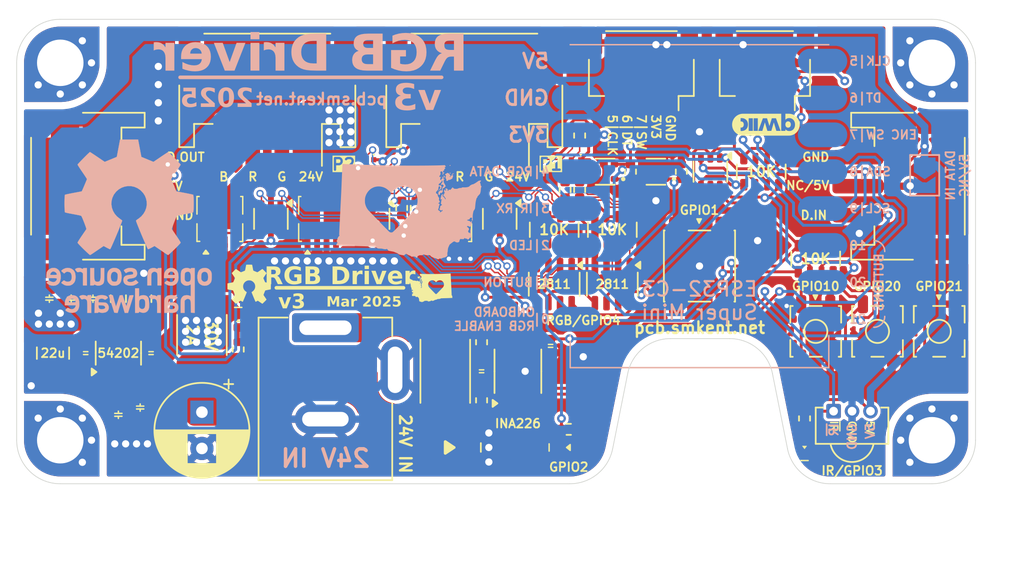
<source format=kicad_pcb>
(kicad_pcb (version 20240108) (generator "pcbnew") (generator_version "8.0")
  (layers (0 "F.Cu" signal) (31 "B.Cu" signal) (34 "B.Paste" user) (35 "F.Paste" user) (36 "B.SilkS" user "B.Silkscreen") (37 "F.SilkS" user "F.Silkscreen") (38 "B.Mask" user) (39 "F.Mask" user) (44 "Edge.Cuts" user))
  (net 0 "")
  (net 1 "GND")
  (net 2 "+24V")
  (net 3 "/SW")
  (net 4 "Net-(U1-BOOT)")
  (net 5 "+5V")
  (net 6 "RGB1_G")
  (net 7 "RGB1_B")
  (net 8 "RGB1_R")
  (net 9 "RGB2_G")
  (net 10 "RGB2_B")
  (net 11 "RGB2_R")
  (net 12 "PIXEL_DATA_OUT")
  (net 13 "+3V3")
  (net 14 "ENCODER_DT")
  (net 15 "ENCODER_CLK")
  (net 16 "ENCODER_BUTTON")
  (net 17 "SDA")
  (net 18 "SCL")
  (net 19 "Net-(LED1-A)")
  (net 20 "/RGB/RGB1_G_GATE")
  (net 21 "/RGB/RGB1_R_GATE")
  (net 22 "/RGB/RGB1_B_GATE")
  (net 23 "/RGB/RGB2_G_GATE")
  (net 24 "/RGB/RGB2_B_GATE")
  (net 25 "/RGB/RGB2_R_GATE")
  (net 26 "FB")
  (net 27 "PIXEL_DATA_3V3")
  (net 28 "STATUS_LED")
  (net 29 "BUTTON")
  (net 31 "RGB1_B_EN_T")
  (net 32 "RGB1_R_EN_T")
  (net 34 "Net-(U3-DO)")
  (net 35 "RGB1_G_EN_T")
  (net 36 "RGB2_R_EN_T")
  (net 37 "RGB2_G_EN_T")
  (net 39 "RGB2_B_EN_T")
  (net 40 "Net-(J5-V+)")
  (net 41 "Net-(LED2-A)")
  (net 42 "BUTTON_SM_1")
  (net 43 "BUTTON_SM_3")
  (net 44 "BUTTON_SM_2")
  (net 45 "Net-(LED3-A)")
  (net 46 "IR_RX")
  (net 47 "IR_RX_3V3")
  (net 48 "DC_IN_RAW")
  (net 49 "24V_SHUNT")
  (net 51 "/VIN_SENSE+")
  (net 52 "/VIN_SENSE-")
  (net 53 "RGB_LED_5V")
  (net 54 "Net-(Q5-D)")
  (net 55 "RGB_LED_EN")
  (net 56 "PIXEL_DATA")
  (net 57 "/RGB/RGB1_5V_B_K_T")
  (net 58 "/RGB/RGB1_5V_R_K_T")
  (net 59 "/RGB/RGB1_5V_G_K_T")
  (net 60 "/RGB/RGB2_5V_R_K_T")
  (net 61 "/RGB/RGB2_5V_G_K_T")
  (net 62 "/RGB/RGB2_5V_B_K_T")
  (footprint "electromechanical:SW_Push_1P1T_NO_3.3x3.3mm_MP" (layer "F.Cu") (at 151.5 41.5 90)
    (property "Reference" "SW4" (hide yes))
    (property "Value" "3.3mm")
  )
  (footprint "Resistor_SMD:R_0402_1005Metric" (layer "F.Cu") (at 125.75 31.75 90)
    (property "Reference" "R11" (hide yes))
    (property "Value" "1K")
  )
  (footprint "connector:BarrelJack_DC-005_THT_Horizontal" (layer "F.Cu") (at 109.25 41.25)
    (property "Reference" "J0" (hide yes))
    (property "Value" "DC-005")
  )
  (footprint "Resistor_SMD:R_0402_1005Metric" (layer "F.Cu") (at 115.5 33 90)
    (property "Reference" "R15" (hide yes))
    (property "Value" "1K")
  )
  (footprint "discrete:R_Array_Convex_4x0603" (layer "F.Cu") (at 125 34.5 90)
    (property "Reference" "RN3" (hide yes))
    (property "Value" "10K")
  )
  (footprint "mechanical:MountingHole_3.2mm_M3_5.4mm_Pad_Via_corner" (layer "F.Cu") (at 151 23 180)
    (property "Reference" "REF**" (hide yes))
    (property "Value" "MountingHole_3.2mm_M3_5.4mm_Pad_Via_corner" (hide yes))
  )
  (footprint "package:PDFN-8_L3.2-W3.1-P0.65-LS3.4-BL-EP2" (layer "F.Cu") (at 102 33.75)
    (property "Reference" "Q3" (hide yes))
    (property "Value" "ZC010DNG")
  )
  (footprint "connector:STEMMA-Signal-SMD-horizontal" (layer "F.Cu") (at 93.5 31.5 -90)
    (property "Reference" "J6" (hide yes))
    (property "Value" "STEMMA-Signal")
  )
  (footprint "Package_TO_SOT_SMD:SOT-23-6" (layer "F.Cu") (at 95 43 90)
    (property "Reference" "U1" (hide yes))
    (property "Value" "TPS54202DDCR")
  )
  (footprint "discrete:C_0402_1005Metric" (layer "F.Cu") (at 120 44.25 -90)
    (property "Reference" "C8" (hide yes))
    (property "Value" "0u1")
  )
  (footprint "package:PDFN-8_L3.2-W3.1-P0.65-LS3.4-BL-EP2" (layer "F.Cu") (at 109 33.75)
    (property "Reference" "Q2" (hide yes))
    (property "Value" "ZC010DNG")
  )
  (footprint "discrete:C_0603_1608Metric" (layer "F.Cu") (at 93.25 39.25 90)
    (property "Reference" "C5" (hide yes))
    (property "Value" "22u")
  )
  (footprint "Package_TO_SOT_SMD:SOT-363_SC-70-6" (layer "F.Cu") (at 112.5 33.75 -90)
    (property "Reference" "U8" (hide yes))
    (property "Value" "NC7WZ14P6X")
  )
  (footprint "discrete:C_0402_1005Metric" (layer "F.Cu") (at 124.75 42.5 -90)
    (property "Reference" "C9" (hide yes))
    (property "Value" "1u")
  )
  (footprint "mechanical:MountingHole_3.2mm_M3_5.4mm_Pad_Via_corner" (layer "F.Cu") (at 91 49)
    (property "Reference" "REF**" (hide yes))
    (property "Value" "MountingHole_3.2mm_M3_5.4mm_Pad_Via_corner" (hide yes))
  )
  (footprint "graphics:oshw-logo-3mm" (layer "F.Cu") (at 104 38.25)
    (property "Reference" "G***" (hide yes))
    (property "Value" "LOGO" (hide yes))
  )
  (footprint "Resistor_SMD:R_0402_1005Metric" (layer "F.Cu") (at 126 48.25)
    (property "Reference" "R3" (hide yes))
    (property "Value" "5K1")
  )
  (footprint "package:D_SOD-123F" (layer "F.Cu") (at 117.75 49.5 180)
    (property "Reference" "D1" (hide yes))
    (property "Value" "D_TVS")
  )
  (footprint "Resistor_SMD:R_0402_1005Metric" (layer "F.Cu") (at 130.25 30.5 90)
    (property "Reference" "R9" (hide yes))
    (property "Value" "10K")
  )
  (footprint "discrete:C_0603_1608Metric" (layer "F.Cu") (at 96.5 46.75 -90)
    (property "Reference" "C1" (hide yes))
    (property "Value" "10u")
  )
  (footprint "discrete:L_1008_2520Metric" (layer "F.Cu") (at 90.5 43 90)
    (property "Reference" "L1" (hide yes))
    (property "Value" "22u")
  )
  (footprint "Resistor_SMD:R_0402_1005Metric" (layer "F.Cu") (at 133.75 30.5 -90)
    (property "Reference" "R10" (hide yes))
    (property "Value" "10K")
  )
  (footprint "Resistor_SMD:R_0603_1608Metric" (layer "F.Cu") (at 95 39.25 90)
    (property "Reference" "R1" (hide yes))
    (property "Value" "100K")
  )
  (footprint "electromechanical:SW_Push_1P1T_NO_3.3x3.3mm_MP" (layer "F.Cu") (at 143 41.5 90)
    (property "Reference" "SW2" (hide yes))
    (property "Value" "3.3mm")
  )
  (footprint "discrete:LED_RGB_XL-B1010RGBT-HF_1.0x1.0mm" (layer "F.Cu") (at 112.25 30)
    (property "Reference" "LED5" (hide yes))
    (property "Value" "XL-B1010RGBT-HF")
  )
  (footprint "mechanical:MountingHole_3.2mm_M3_5.4mm_Pad_Via_corner" (layer "F.Cu") (at 151 49 90)
    (property "Reference" "REF**" (hide yes))
    (property "Value" "MountingHole_3.2mm_M3_5.4mm_Pad_Via_corner" (hide yes))
  )
  (footprint "discrete:LED_RGB_XL-B1010RGBT-HF_1.0x1.0mm" (layer "F.Cu") (at 126.5 30)
    (property "Reference" "LED4" (hide yes))
    (property "Value" "XL-B1010RGBT-HF")
  )
  (footprint "discrete:C_0603_1608Metric" (layer "F.Cu") (at 91.75 39.25 90)
    (property "Reference" "C6" (hide yes))
    (property "Value" "22u")
  )
  (footprint "connector:Qwiic-SMD-horizontal-logo" (layer "F.Cu") (at 139.5 23.5 180)
    (property "Reference" "J8" (hide yes))
    (property "Value" "Qwiic")
  )
  (footprint "connector:STEMMA-Signal-SMD-horizontal" (layer "F.Cu") (at 148.75 31.5 90)
    (property "Reference" "J5" (hide yes))
    (property "Value" "STEMMA-Signal")
  )
  (footprint "Resistor_SMD:R_0402_1005Metric" (layer "F.Cu") (at 126.75 28.01 -90)
    (property "Reference" "R12" (hide yes))
    (property "Value" "1K")
  )
  (footprint "Resistor_SMD:R_0402_1005Metric" (layer "F.Cu") (at 115.5 35.25 90)
    (property "Reference" "R13" (hide yes))
    (property "Value" "1K")
  )
  (footprint "electromechanical:SW_Push_1P1T_NO_3.3x3.3mm_MP" (layer "F.Cu") (at 147.25 41.5 90)
    (property "Reference" "SW3" (hide yes))
    (property "Value" "3.3mm")
  )
  (footprint "connector:JST_PH_S4B-PH-SM4-TB_1x04-1MP_P2.00mm_Horizontal" (layer "F.Cu") (at 105.25 25.5 180)
    (property "Reference" "J2" (hide yes))
    (property "Value" "JST PH")
  )
  (footprint "graphics:wa-state-heart-3mm" (layer "F.Cu") (at 116.5 38.5)
    (property "Reference" "G***" (hide yes))
    (property "Value" "LOGO" (hide yes))
  )
  (footprint "discrete:R_Array_Convex_4x0603" (layer "F.Cu") (at 143 36.5 90)
    (property "Reference" "RN4" (hide yes))
    (property "Value" "10K")
  )
  (footprint "Resistor_SMD:R_0402_1005Metric" (layer "F.Cu") (at 103.25 42.75 -90)
    (property "Reference" "R4" (hide yes))
    (property "Value" "1K")
  )
  (footprint "package:FSOP-8_3.3x1.7mm_P0.80mm" (layer "F.Cu") (at 129 38.25 -90)
    (property "Reference" "U3" (hide yes))
    (property "Value" "WS2811F")
  )
  (footprint "Resistor_SMD:R_2512_6332Metric_Pad1.40x3.35mm_HandSolder" (layer "F.Cu") (at 117.5 44.25 -90)
    (property "Reference" "SR1" (hide yes))
    (property "Value" "R020")
  )
  (footprint "Resistor_SMD:R_0402_1005Metric" (layer "F.Cu") (at 120 46.25 90)
    (property "Reference" "R8" (hide yes))
    (property "Value" "10R")
  )
  (footprint "discrete:C_0402_1005Metric" (layer "F.Cu") (at 92.75 43 -90)
    (property "Reference" "C4" (hide yes))
    (property "Value" "0u1")
  )
  (footprint "connector:JST_PH_S4B-PH-SM4-TB_1x04-1MP_P2.00mm_Horizontal" (layer "F.Cu") (at 119.5 25.5 180)
    (property "Reference" "J1" (hide yes))
    (property "Value" "JST PH")
  )
  (footprint "connector:JST_SH_SM05B-SRSS-TB_1x05-1MP_P1.00mm_Horizontal" (layer "F.Cu") (at 131 23.5 180)
    (property "Reference" "J3")
    (property "Value" "JST SH")
  )
  (footprint "discrete:C_0603_1608Metric" (layer "F.Cu") (at 95 47.25 -90)
    (property "Reference" "C2" (hide yes))
    (property "Value" "10u")
  )
  (footprint "Package_TO_SOT_SMD:SOT-363_SC-70-6" (layer "F.Cu") (at 135.75 30.5 -90)
    (property "Reference" "Q4" (hide yes))
    (property "Value" "2N7002DW")
  )
  (footprint "discrete:R_Array_Convex_4x0603" (layer "F.Cu") (at 139.25 30.5 90)
    (property "Reference" "RN1" (hide yes))
    (property "Value" "10K")
  )
  (footprint "package:SOT-523" (layer "F.Cu") (at 128.5 30.5 180)
    (property "Reference" "Q6" (hide yes))
    (property "Value" "SP2006KT5")
  )
  (footprint "package:PDFN-8_L3.2-W3.1-P0.65-LS3.4-BL-EP2" (layer "F.Cu") (at 117.75 33.75)
    (property "Reference" "Q1" (hide yes))
    (property "Value" "ZC010DNG")
  )
  (footprint "Button_Switch_SMD:SW_SPST_PTS647_Sx50" (layer "F.Cu") (at 135 37 -90)
    (property "Reference" "SW1" (hide yes))
    (property "Value" "SW_Push")
  )
  (footprint "discrete:C_0603_1608Metric" (layer "F.Cu") (at 90.25 39.25 90)
    (property "Reference" "C7" (hide yes))
    (property "Value" "22u")
  )
  (footprint "Package_TO_SOT_SMD:SOT-363_SC-70-6" (layer "F.Cu") (at 105.5 33.75 -90)
    (property "Reference" "U9" (hide yes))
    (property "Value" "NC7WZ14P6X")
  )
  (footprint "mechanical:MountingHole_3.2mm_M3_5.4mm_Pad_Via_corner" (layer "F.Cu") (at 91 23 -90)
    (property "Reference" "REF**" (hide yes))
    (property "Value" "MountingHole_3.2mm_M3_5.4mm_Pad_Via_corner" (hide yes))
  )
  (footprint "Resistor_SMD:R_0402_1005Metric" (layer "F.Cu") (at 142.23 47.5 90)
    (property "Reference" "R6" (hide yes))
    (property "Value" "5K1")
  )
  (footprint "Package_SO:VSSOP-10_3x3mm_P0.5mm" (layer "F.Cu") (at 122.5 44.25 90)
    (property "Reference" "U2" (hide yes))
    (property "Value" "INA226")
  )
  (footprint "package:FSOP-8_3.3x1.7mm_P0.80mm" (layer "F.Cu") (at 125 38.25 -90)
    (property "Reference" "U4" (hide yes))
    (property "Value" "WS2811F")
  )
  (footprint "discrete:LED_0402_1005Metric" (layer "F.Cu") (at 103.25 40.75 -90)
    (property "Reference" "LED2" (hide yes))
    (property "Value" "Red")
  )
  (footprint "discrete:LED_0402_1005Metric" (layer "F.Cu") (at 142.23 49.5 90)
    (property "Reference" "LED3" (hide yes))
    (property "Value" "Pink")
  )
  (footprint "Resistor_SMD:R_0402_1005Metric" (layer "F.Cu") (at 126.75 31.75 90)
    (property "Reference" "R7" (hide yes))
    (property "Value" "1K")
  )
  (footprint "Resistor_SMD:R_0603_1608Metric" (layer "F.Cu") (at 96.75 39.25 -90)
    (property "Reference" "R2" (hide yes))
    (property "Value" "13K")
  )
  (footprint "Capacitor_THT:CP_Radial_D6.3mm_P2.50mm" (layer "F.Cu") (at 100.75 47.067621 -90)
    (property "Reference" "C0" (hide yes))
    (property "Value" "100u")
  )
  (footprint "package:IRM_5.0x5.0mm_SIP-3_P1.27mm_THT" (layer "F.Cu") (at 145.5 47)
    (property "Reference" "U5" (hide yes))
    (property "Value" "IRM")
  )
  (footprint "package:SOT-523" (layer "F.Cu") (at 132 30.5 180)
    (property "Reference" "Q5" (hide yes))
    (property "Value" "G2N7002X")
  )
  (footprint "discrete:LED_0603_1608Metric" (layer "F.Cu") (at 126 49.5)
    (property "Reference" "LED1" (hide yes))
    (property "Value" "Ice Blue")
  )
  (footprint "discrete:C_0402_1005Metric" (layer "F.Cu") (at 97.25 43 90)
    (property "Reference" "C3" (hide yes))
    (property "Value" "0u1")
  )
  (footprint "discrete:R_Array_Convex_4x0603" (layer "F.Cu") (at 129 34.5 90)
    (property "Reference" "RN2" (hide yes))
    (property "Value" "10K")
  )
  (footprint "Fuse:Fuse_1812_4532Metric" (layer "F.Cu") (at 100.75 41.75 90)
    (property "Reference" "F1" (hide yes))
    (property "Value" "30V 2A")
  )
  (footprint "Resistor_SMD:R_0402_1005Metric" (layer "F.Cu") (at 114.5 33 90)
    (property "Reference" "R14" (hide yes))
    (property "Value" "1K")
  )
  (footprint "Package_TO_SOT_SMD:SOT-363_SC-70-6" (layer "F.Cu") (at 121.25 33.75 -90)
    (property "Reference" "U7" (hide yes))
    (property "Value" "NC7WZ14P6X")
  )
  (footprint "Resistor_SMD:R_0402_1005Metric" (layer "F.Cu") (at 120 42.25 -90)
    (property "Reference" "R5" (hide yes))
    (property "Value" "10R")
  )
  (footprint "graphics:wa-state-heart-10mm" (layer "B.Cu") (at 115 33.25 180)
    (property "Reference" "G***" (hide yes))
    (property "Value" "LOGO" (hide yes))
  )
  (footprint "Symbol:OSHW-Logo_11.4x12mm_SilkScreen" (layer "B.Cu") (at 95.75 34.25 180)
    (property "Reference" "REF**" (hide yes))
    (property "Value" "OSHW-Logo_11.4x12mm_SilkScreen" (hide yes))
  )
  (footprint "Jumper:SolderJumper-2_P1.3mm_Open_TrianglePad1.0x1.5mm" (layer "B.Cu") (at 150.5 30.75 -90)
    (property "Reference" "JP1" (hide yes))
    (property "Value" "Open")
  )
  (footprint "module:ESP32-C3-Super-Mini-Castellated-SMD-only" (layer "B.Cu") (at 135 30.5 180)
    (property "Reference" "SM1" (hide yes))
    (property "Value" "~")
  )
  (gr_arc (start 147 35.25) (mid 147.53033 35.46967) (end 147.75 36) (stroke (width 0.1)) (layer "B.SilkS"))
  (gr_arc (start 147.75 40.46967) (mid 147.53033 41) (end 147 41.21967) (stroke (width 0.1)) (layer "B.SilkS"))
  (gr_line (start 117.25 24) (end 99.25 24) (stroke (width 0.25)) (layer "B.SilkS"))
  (gr_poly (pts (xy 135.125 33.75) (xy 134.975 34.05) (xy 134.825 33.75)) (stroke (width 0.1)) (fill solid) (layer "F.SilkS"))
  (gr_line (start 105.875 38.5) (end 114.625 38.5) (stroke (width 0.25)) (layer "F.SilkS"))
  (gr_poly (pts (xy 151.625 39) (xy 151.475 39.3) (xy 151.325 39)) (stroke (width 0.1)) (fill solid) (layer "F.SilkS"))
  (gr_poly (pts (xy 143.125 39) (xy 142.975 39.3) (xy 142.825 39)) (stroke (width 0.1)) (fill solid) (layer "F.SilkS"))
  (gr_poly (pts (xy 147.375 39) (xy 147.225 39.3) (xy 147.075 39)) (stroke (width 0.1)) (fill solid) (layer "F.SilkS"))
  (gr_line (start 140.022918 44.411652) (end 141.058258 49.588349) (stroke (width 0.05)) (layer "Edge.Cuts"))
  (gr_arc (start 129.022918 49.588348) (mid 127.98314 51.320023) (end 126.081176 52) (stroke (width 0.05)) (layer "Edge.Cuts"))
  (gr_line (start 133 42) (end 137.081176 42) (stroke (width 0.05)) (layer "Edge.Cuts"))
  (gr_arc (start 144 52) (mid 142.098029 51.320033) (end 141.058258 49.588349) (stroke (width 0.05)) (layer "Edge.Cuts"))
  (gr_line (start 130.058258 44.411651) (end 129.022918 49.588348) (stroke (width 0.05)) (layer "Edge.Cuts"))
  (gr_line (start 126.081176 52) (end 91 52) (stroke (width 0.05)) (layer "Edge.Cuts"))
  (gr_arc (start 154 49) (mid 153.12132 51.12132) (end 151 52) (stroke (width 0.05)) (layer "Edge.Cuts"))
  (gr_arc (start 151 20) (mid 153.12132 20.87868) (end 154 23) (stroke (width 0.05)) (layer "Edge.Cuts"))
  (gr_line (start 88 49) (end 88 23) (stroke (width 0.05)) (layer "Edge.Cuts"))
  (gr_arc (start 88 23) (mid 88.87868 20.87868) (end 91 20) (stroke (width 0.05)) (layer "Edge.Cuts"))
  (gr_arc (start 137.081176 42) (mid 138.983148 42.679968) (end 140.022918 44.411652) (stroke (width 0.05)) (layer "Edge.Cuts"))
  (gr_arc (start 91 52) (mid 88.87868 51.12132) (end 88 49) (stroke (width 0.05)) (layer "Edge.Cuts"))
  (gr_line (start 91 20) (end 151 20) (stroke (width 0.05)) (layer "Edge.Cuts"))
  (gr_line (start 144 52) (end 151 52) (stroke (width 0.05)) (layer "Edge.Cuts"))
  (gr_line (start 154 23) (end 154 49) (stroke (width 0.05)) (layer "Edge.Cuts"))
  (gr_arc (start 130.058258 44.411651) (mid 131.098036 42.679976) (end 133 42) (stroke (width 0.05)) (layer "Edge.Cuts"))
  (gr_text "21" (at 145.25 40.66 0) (layer "B.SilkS") (effects (font (size 0.6 0.6) (thickness 0.12) (bold yes)) (justify right mirror)))
  (gr_text "5V" (at 146.75 47.75 90) (layer "B.SilkS") (effects (font (size 0.6 0.6) (thickness 0.12) (bold yes)) (justify left mirror)))
  (gr_text "2025" (at 99.25 25.5 0) (layer "B.SilkS") (effects (font (size 1.3 1.3) (thickness 0.24) (bold yes)) (justify right mirror)))
  (gr_text "SDA|8" (at 145.25 30.5 0) (layer "B.SilkS") (effects (font (size 0.6 0.6) (thickness 0.12) (bold yes)) (justify right mirror)))
  (gr_text "DATA IN\n5V/NC" (at 152.75 30.75 90) (layer "B.SilkS") (effects (font (size 0.6 0.6) (thickness 0.12) (bold yes)) (justify mirror)))
  (gr_text "24V IN" (at 109.25 50.25 0) (layer "B.SilkS") (effects (font (size 1.2 1.2) (thickness 0.24) (bold yes)) (justify mirror)))
  (gr_text "CLK|5" (at 145.25 22.88 0) (layer "B.SilkS") (effects (font (size 0.6 0.6) (thickness 0.12) (bold yes)) (justify right mirror)))
  (gr_text "v3" (at 117.25 25.5 0) (layer "B.SilkS") (effects (font (size 1.8 1.8) (thickness 0.24) (bold yes)) (justify left mirror)))
  (gr_text "1|BUTTON" (at 124.75 38.12 0) (layer "B.SilkS") (effects (font (size 0.6 0.6) (thickness 0.12) (bold yes)) (justify left mirror)))
  (gr_text "GND" (at 124.75 25.42 0) (layer "B.SilkS") (effects (font (size 1 1) (thickness 0.2) (bold yes)) (justify left mirror)))
  (gr_text "3|IR RX" (at 124.75 33.04 0) (layer "B.SilkS") (effects (font (size 0.6 0.6) (thickness 0.12) (bold yes)) (justify left mirror)))
  (gr_text "10" (at 145.25 35.58 0) (layer "B.SilkS") (effects (font (size 0.6 0.6) (thickness 0.12) (bold yes)) (justify right mirror)))
  (gr_text "DT|6" (at 145.25 25.42 0) (layer "B.SilkS") (effects (font (size 0.6 0.6) (thickness 0.12) (bold yes)) (justify right mirror)))
  (gr_text "ENC SW|7" (at 145.25 27.96 0) (layer "B.SilkS") (effects (font (size 0.6 0.6) (thickness 0.12) (bold yes)) (justify right mirror)))
  (gr_text "GND" (at 145.5 47.75 90) (layer "B.SilkS") (effects (font (size 0.6 0.6) (thickness 0.12) (bold yes)) (justify left mirror)))
  (gr_text "BUTTONS" (at 147 38.12 90) (layer "B.SilkS") (effects (font (size 0.6 0.6) (thickness 0.12) (bold yes)) (justify top mirror)))
  (gr_text "SCL|9" (at 145.25 33.04 0) (layer "B.SilkS") (effects (font (size 0.6 0.6) (thickness 0.12) (bold yes)) (justify right mirror)))
  (gr_text "3V3" (at 124.75 27.96 0) (layer "B.SilkS") (effects (font (size 1 1) (thickness 0.2) (bold yes)) (justify left mirror)))
  (gr_text "RGB Driver" (at 108.25 22.5 -0) (layer "B.SilkS") (effects (font (size 2.5 2.5) (thickness 0.3) (bold yes)) (justify mirror)))
  (gr_text "4|RGB DATA" (at 124.75 30.5 0) (layer "B.SilkS") (effects (font (size 0.6 0.6) (thickness 0.12) (bold yes)) (justify left mirror)))
  (gr_text "pcb.smkent.net" (at 109 25.5 0) (layer "B.SilkS") (effects (font (size 0.8 0.8) (thickness 0.16) (bold yes)) (justify mirror)))
  (gr_text "5V" (at 124.75 22.88 0) (layer "B.SilkS") (effects (font (size 1 1) (thickness 0.2) (bold yes)) (justify left mirror)))
  (gr_text "0|" (at 124.75 40.66 0) (layer "B.SilkS") (effects (font (size 0.6 0.6) (thickness 0.12) (bold yes)) (justify left mirror)))
  (gr_text "~{IR}" (at 144.25 47.75 90) (layer "B.SilkS") (effects (font (size 0.6 0.6) (thickness 0.12) (bold yes)) (justify left mirror)))
  (gr_text "ONBOARD\nRGB ENABLE" (at 123.75 40.66 0) (layer "B.SilkS") (effects (font (size 0.6 0.6) (thickness 0.12) (bold yes)) (justify left mirror)))
  (gr_text "2|LED" (at 124.75 35.58 0) (layer "B.SilkS") (effects (font (size 0.6 0.6) (thickness 0.12) (bold yes)) (justify left mirror)))
  (gr_text "20" (at 145.25 38.12 0) (layer "B.SilkS") (effects (font (size 0.6 0.6) (thickness 0.12) (bold yes)) (justify right mirror)))
  (gr_text "GND" (at 98.25 33.5 0) (layer "F.SilkS") (effects (font (size 0.6 0.6) (thickness 0.12) (bold yes)) (justify left)))
  (gr_text "v3" (at 106 39.5 -0) (layer "F.SilkS") (effects (font (size 1 1) (thickness 0.24) (bold yes)) (justify left)))
  (gr_text "RGB Driver" (at 110.25 37.75 0) (layer "F.SilkS") (effects (font (size 1.2 1.2) (thickness 0.3) (bold yes))))
  (gr_text "~{IR}" (at 144.25 47.6 -90) (layer "F.SilkS") (effects (font (size 0.5 0.5) (thickness 0.1) (bold yes)) (justify left)))
  (gr_text "GND" (at 133 26.5 -90) (layer "F.SilkS") (effects (font (size 0.6 0.6) (thickness 0.12) (bold yes)) (justify left)))
  (gr_text "GPIO20" (at 147.25 38.75 0) (layer "F.SilkS") (effects (font (size 0.6 0.6) (thickness 0.12) (bold yes)) (justify bottom)))
  (gr_text "D.OUT" (at 98.25 29.5 0) (layer "F.SilkS") (effects (font (size 0.6 0.6) (thickness 0.12) (bold yes)) (justify left)))
  (gr_text "P2" (at 110.5 30 0) (layer "F.SilkS" knockout) (effects (font (size 0.8 0.8) (thickness 0.16) (bold yes))))
  (gr_text "GPIO2" (at 126 50.5 0) (layer "F.SilkS") (effects (font (size 0.6 0.6) (thickness 0.12) (bold yes)) (justify top)))
  (gr_text "GPIO1" (at 135 33.5 0) (layer "F.SilkS") (effects (font (size 0.6 0.6) (thickness 0.12) (bold yes)) (justify bottom)))
  (gr_text "GPIO21" (at 151.5 38.75 0) (layer "F.SilkS") (effects (font (size 0.6 0.6) (thickness 0.12) (bold yes)) (justify bottom)))
  (gr_text "R" (at 118.5 30.5 0) (layer "F.SilkS") (effects (font (size 0.6 0.6) (thickness 0.12) (bold yes)) (justify top)))
  (gr_text "B" (at 116.5 30.5 0) (layer "F.SilkS") (effects (font (size 0.6 0.6) (thickness 0.12) (bold yes)) (justify top)))
  (gr_text "GND" (at 144 29.5 0) (layer "F.SilkS") (effects (font (size 0.6 0.6) (thickness 0.12) (bold yes)) (justify right)))
  (gr_text "pcb.smkent.net" (at 135 41.25 -0) (layer "F.SilkS") (effects (font (size 0.8 0.8) (thickness 0.16) (bold yes))))
  (gr_text "NC/5V" (at 144 31.45 0) (layer "F.SilkS") (effects (font (size 0.6 0.6) (thickness 0.12) (bold yes)) (justify right)))
  (gr_text "P1" (at 124.75 30 0) (layer "F.SilkS" knockout) (effects (font (size 0.8 0.8) (thickness 0.16) (bold yes))))
  (gr_text "24V" (at 122.5 30.5 0) (layer "F.SilkS") (effects (font (size 0.6 0.6) (thickness 0.12) (bold yes)) (justify top)))
  (gr_text "30V\n2A" (at 100.75 41.75 -90) (layer "F.SilkS") (effects (font (size 0.8 0.8) (thickness 0.16) (bold yes))))
  (gr_text "7|SW" (at 131 26.5 -90) (layer "F.SilkS") (effects (font (size 0.6 0.6) (thickness 0.12) (bold yes)) (justify left)))
  (gr_text "GPIO10" (at 143 38.75 0) (layer "F.SilkS") (effects (font (size 0.6 0.6) (thickness 0.12) (bold yes)) (justify bottom)))
  (gr_text "G" (at 120.5 30.5 0) (layer "F.SilkS") (effects (font (size 0.6 0.6) (thickness 0.12) (bold yes)) (justify top)))
  (gr_text "24V" (at 108.25 30.5 0) (layer "F.SilkS") (effects (font (size 0.6 0.6) (thickness 0.12) (bold yes)) (justify top)))
  (gr_text "24V IN" (at 114.75 49.25 -90) (layer "F.SilkS") (effects (font (size 0.8 0.8) (thickness 0.16) (bold yes))))
  (gr_text "5V" (at 98.25 31.5 0) (layer "F.SilkS") (effects (font (size 0.6 0.6) (thickness 0.12) (bold yes)) (justify left)))
  (gr_text "3V3" (at 132 26.5 -90) (layer "F.SilkS") (effects (font (size 0.6 0.6) (thickness 0.12) (bold yes)) (justify left)))
  (gr_text "INA226" (at 122.5 47.5 0) (layer "F.SilkS") (effects (font (size 0.6 0.6) (thickness 0.12) (bold yes)) (justify top)))
  (gr_text "G" (at 106.25 30.5 0) (layer "F.SilkS") (effects (font (size 0.6 0.6) (thickness 0.12) (bold yes)) (justify top)))
  (gr_text "5V" (at 146.75 47.6 -90) (layer "F.SilkS") (effects (font (size 0.5 0.5) (thickness 0.1) (bold yes)) (justify left)))
  (gr_text "54202" (at 95 43 0) (layer "F.SilkS") (effects (font (size 0.6 0.6) (thickness 0.12) (bold yes))))
  (gr_text "RGB/GPIO4" (at 127 40.75 0) (layer "F.SilkS") (effects (font (size 0.6 0.6) (thickness 0.12) (bold yes))))
  (gr_text "6|DT" (at 130 26.5 -90) (layer "F.SilkS") (effects (font (size 0.6 0.6) (thickness 0.12) (bold yes)) (justify left)))
  (gr_text "22u" (at 90.5 43 0) (layer "F.SilkS") (effects (font (size 0.6 0.6) (thickness 0.12) (bold yes))))
  (gr_text "R" (at 104.25 30.5 0) (layer "F.SilkS") (effects (font (size 0.6 0.6) (thickness 0.12) (bold yes)) (justify top)))
  (gr_text "5|CLK" (at 129 26.5 -90) (layer "F.SilkS") (effects (font (size 0.6 0.6) (thickness 0.12) (bold yes)) (justify left)))
  (gr_text "2811" (at 125 38.25 0) (layer "F.SilkS") (effects (font (size 0.6 0.6) (thickness 0.12) (bold yes))))
  (gr_text "IR/GPIO3" (at 145.5 50.75 0) (layer "F.SilkS") (effects (font (size 0.6 0.6) (thickness 0.12) (bold yes)) (justify top)))
  (gr_text "Mar 2025" (at 114.5 39.5 -0) (layer "F.SilkS") (effects (font (size 0.7 0.7) (thickness 0.14) (bold yes)) (justify right)))
  (gr_text "GND" (at 145.5 47.6 -90) (layer "F.SilkS") (effects (font (size 0.5 0.5) (thickness 0.1) (bold yes)) (justify left)))
  (gr_text "2811" (at 129 38.25 0) (layer "F.SilkS") (effects (font (size 0.6 0.6) (thickness 0.12) (bold yes))))
  (gr_text "D.IN" (at 143.85 33.5 0) (layer "F.SilkS") (effects (font (size 0.6 0.6) (thickness 0.12) (bold yes)) (justify right)))
  (gr_text "B" (at 102.25 30.5 0) (layer "F.SilkS") (effects (font (size 0.6 0.6) (thickness 0.12) (bold yes)) (justify top)))
  (segment (start 91.9 42.451486) (end 91.351486 43) (width 0.2) (layer "F.Cu") (net 1))
  (segment (start 116.77 35.27) (end 116.75 35.25) (width 0.2) (layer "F.Cu") (net 1))
  (segment (start 95.8 39.375) (end 94.226304 39.375) (width 0.2) (layer "F.Cu") (net 1))
  (segment (start 116.77 35.35) (end 116.77 35.27) (width 0.2) (layer "F.Cu") (net 1))
  (segment (start 122 46.45) (end 121.5 46.45) (width 0.2) (layer "F.Cu") (net 1))
  (segment (start 92.25 41.75) (end 91.9 42.1) (width 0.2) (layer "F.Cu") (net 1))
  (segment (start 127.8 37.439999) (end 128.320001 37.96) (width 0.2) (layer "F.Cu") (net 1))
  (segment (start 94.500001 43.025) (end 94.05 43.475001) (width 0.5) (layer "F.Cu") (net 1))
  (segment (start 127.8 36.94) (end 127.8 37.439999) (width 0.2) (layer "F.Cu") (net 1))
  (segment (start 128.320001 37.96) (end 130.75 37.96) (width 0.2) (layer "F.Cu") (net 1))
  (segment (start 96.435001 43.025) (end 96.940001 42.52) (width 0.5) (layer "F.Cu") (net 1))
  (segment (start 97.25 42.52) (end 97.25 41.25) (width 0.5) (layer "F.Cu") (net 1))
  (segment (start 109.25 47.55) (end 106.55 47.55) (width 0.5) (layer "F.Cu") (net 1))
  (segment (start 91.351486 43) (end 89.75 43) (width 0.2) (layer "F.Cu") (net 1))
  (segment (start 121.25 32.8) (end 121.25 32.516444) (width 0.2) (layer "F.Cu") (net 1))
  (segment (start 95.4875 48.025) (end 95 48.025) (width 0.5) (layer "F.Cu") (net 1))
  (segment (start 94.025 39.576304) (end 94.025 40.475) (width 0.2) (layer "F.Cu") (net 1))
  (segment (start 94.500001 43.025) (end 96.435001 43.025) (width 0.5) (layer "F.Cu") (net 1))
  (segment (start 96.5 47.525) (end 95.9875 47.525) (width 0.5) (layer "F.Cu") (net 1))
  (segment (start 96.75 38.425) (end 95.8 39.375) (width 0.2) (layer "F.Cu") (net 1))
  (segment (start 94.05 43.475001) (end 94.05 44.1375) (width 0.5) (layer "F.Cu") (net 1))
  (segment (start 91.9 42.1) (end 91.9 42.451486) (width 0.2) (layer "F.Cu") (net 1))
  (segment (start 96.940001 42.52) (end 97.25 42.52) (width 0.5) (layer "F.Cu") (net 1))
  (segment (start 92.75 41.75) (end 92.25 41.75) (width 0.2) (layer "F.Cu") (net 1))
  (segment (start 121.25 32.516444) (end 121.75 32.016444) (width 0.2) (layer "F.Cu") (net 1))
  (segment (start 95.9875 47.525) (end 95.4875 48.025) (width 0.5) (layer "F.Cu") (net 1))
  (segment (start 94.025 40.475) (end 92.75 41.75) (width 0.2) (layer "F.Cu") (net 1))
  (segment (start 94.226304 39.375) (end 94.025 39.576304) (width 0.2) (layer "F.Cu") (net 1))
  (via (at 89 45.25) (size 1) (drill 0.5) (layers "F.Cu" "B.Cu") (net 1))
  (via (at 107.25 36.65) (size 1) (drill 0.5) (layers "F.Cu" "B.Cu") (net 1))
  (via (at 135 37) (size 1) (drill 0.5) (layers "F.Cu" "B.Cu") (net 1))
  (via (at 105.75 36.65) (size 1) (drill 0.5) (layers "F.Cu" "B.Cu") (net 1))
  (via (at 111.75 36.65) (size 1) (drill 0.5) (layers "F.Cu" "B.Cu") (net 1))
  (via (at 120.5 50.5) (size 1) (drill 0.5) (layers "F.Cu" "B.Cu") (net 1))
  (via (at 97.75 23.25) (size 1) (drill 0.5) (layers "F.Cu" "B.Cu") (net 1))
  (via (at 110.25 36.65) (size 1) (drill 0.5) (layers "F.Cu" "B.Cu") (net 1))
  (via (at 117.75 36.5) (size 0.6) (drill 0.3) (layers "F.Cu" "B.Cu") (net 1))
  (via (at 132 32.5) (size 1) (drill 0.5) (layers "F.Cu" "B.Cu") (net 1))
  (via (at 112.5 36.65) (size 1) (drill 0.5) (layers "F.Cu" "B.Cu") (net 1))
  (via (at 97 49.25) (size 1) (drill 0.5) (layers "F.Cu" "B.Cu") (net 1))
  (via (at 120.5 48.5) (size 1) (drill 0.5) (layers "F.Cu" "B.Cu") (net 1))
  (via (at 97.75 27) (size 1) (drill 0.5) (layers "F.Cu" "B.Cu") (net 1))
  (via (at 95.5 49.25) (size 1) (drill 0.5) (layers "F.Cu" "B.Cu") (net 1))
  (via (at 111 36.65) (size 1) (drill 0.5) (layers "F.Cu" "B.Cu") (net 1))
  (via (at 113.25 36.65) (size 1) (drill 0.5) (layers "F.Cu" "B.Cu") (net 1))
  (via (at 127 43.25) (size 1) (drill 0.5) (layers "F.Cu" "B.Cu") (net 1))
  (via (at 97.75 25.75) (size 1) (drill 0.5) (layers "F.Cu" "B.Cu") (net 1))
  (via (at 146 34.75) (size 1) (drill 0.5) (layers "F.Cu" "B.Cu") (net 1))
  (via (at 94.75 49.25) (size 1) (drill 0.5) (layers "F.Cu" "B.Cu") (net 1))
  (via (at 97.75 24.5) (size 1) (drill 0.5) (layers "F.Cu" "B.Cu") (net 1))
  (via (at 139 35.25) (size 1) (drill 0.5) (layers "F.Cu" "B.Cu") (net 1))
  (via (at 135 27.75) (size 1) (drill 0.5) (layers "F.Cu" "B.Cu") (net 1))
  (via (at 132 21.75) (size 1) (drill 0.5) (layers "F.Cu" "B.Cu") (net 1))
  (via (at 119.25 36.5) (size 0.6) (drill 0.3) (layers "F.Cu" "B.Cu") (net 1))
  (via (at 138 21.75) (size 1) (drill 0.5) (layers "F.Cu" "B.Cu") (net 1))
  (via (at 132.75 21.75) (size 1) (drill 0.5) (layers "F.Cu" "B.Cu") (net 1))
  (via (at 141 39.75) (size 0.6) (drill 0.3) (layers "F.Cu" "B.Cu") (net 1))
  (via (at 96.25 49.25) (size 1) (drill 0.5) (layers "F.Cu" "B.Cu") (net 1))
  (via (at 106.5 36.65) (size 1) (drill 0.5) (layers "F.Cu" "B.Cu") (net 1))
  (via (at 120.5 49.5) (size 1) (drill 0.5) (layers "F.Cu" "B.Cu") (net 1))
  (via (at 96.75 37.5) (size 1) (drill 0.5) (layers "F.Cu" "B.Cu") (net 1))
  (via (at 118.5 36.5) (size 0.6) (drill 0.3) (layers "F.Cu" "B.Cu") (net 1))
  (via (at 108.75 36.65) (size 1) (drill 0.5) (layers "F.Cu" "B.Cu") (net 1))
  (via (at 108 36.65) (size 1) (drill 0.5) (layers "F.Cu" "B.Cu") (net 1))
  (via (at 114 36.65) (size 1) (drill 0.5) (layers "F.Cu" "B.Cu") (net 1))
  (via (at 109.5 36.65) (size 1) (drill 0.5) (layers "F.Cu" "B.Cu") (net 1))
  (via (at 123 44.25) (size 1) (drill 0.5) (layers "F.Cu" "B.Cu") (net 1))
  (segment (start 106.55 47.55) (end 111.95 47.55) (width 0.5) (layer "B.Cu") (net 1))
  (segment (start 102.5975 39.6125) (end 103.25 40.265) (width 0.2) (layer "F.Cu") (net 2))
  (segment (start 100.75 39.6125) (end 102.5975 39.6125) (width 0.2) (layer "F.Cu") (net 2))
  (via (at 109.5 28.5) (size 1) (drill 0.5) (layers "F.Cu" "B.Cu") (net 2))
  (via (at 111 26.25) (size 1) (drill 0.5) (layers "F.Cu" "B.Cu") (net 2))
  (via (at 101.125 42.25) (size 1) (drill 0.5) (layers "F.Cu" "B.Cu") (net 2))
  (via (at 101.875 40.75) (size 1) (drill 0.5) (layers "F.Cu" "B.Cu") (net 2))
  (via (at 110.25 28.5) (size 1) (drill 0.5) (layers "F.Cu" "B.Cu") (net 2))
  (via (at 101.875 41.5) (size 1) (drill 0.5) (layers "F.Cu" "B.Cu") (net 2))
  (via (at 99.625 42.25) (size 1) (drill 0.5) (layers "F.Cu" "B.Cu") (net 2))
  (via (at 110.25 27) (size 1) (drill 0.5) (layers "F.Cu" "B.Cu") (net 2))
  (via (at 111 27) (size 1) (drill 0.5) (layers "F.Cu" "B.Cu") (net 2))
  (via (at 110.25 27.75) (size 1) (drill 0.5) (layers "F.Cu" "B.Cu") (net 2))
  (via (at 99.625 40.75) (size 1) (drill 0.5) (layers "F.Cu" "B.Cu") (net 2))
  (via (at 99.625 41.5) (size 1) (drill 0.5) (layers "F.Cu" "B.Cu") (net 2))
  (via (at 101.125 40.75) (size 1) (drill 0.5) (layers "F.Cu" "B.Cu") (net 2))
  (via (at 111 28.5) (size 1) (drill 0.5) (layers "F.Cu" "B.Cu") (net 2))
  (via (at 100.375 41.5) (size 1) (drill 0.5) (layers "F.Cu" "B.Cu") (net 2))
  (via (at 109.5 27.75) (size 1) (drill 0.5) (layers "F.Cu" "B.Cu") (net 2))
  (via (at 110.25 26.25) (size 1) (drill 0.5) (layers "F.Cu" "B.Cu") (net 2))
  (via (at 101.125 41.5) (size 1) (drill 0.5) (layers "F.Cu" "B.Cu") (net 2))
  (via (at 100.375 42.25) (size 1) (drill 0.5) (layers "F.Cu" "B.Cu") (net 2))
  (via (at 111 27.75) (size 1) (drill 0.5) (layers "F.Cu" "B.Cu") (net 2))
  (via (at 101.875 42.25) (size 1) (drill 0.5) (layers "F.Cu" "B.Cu") (net 2))
  (via (at 100.375 40.75) (size 1) (drill 0.5) (layers "F.Cu" "B.Cu") (net 2))
  (via (at 109.5 27) (size 1) (drill 0.5) (layers "F.Cu" "B.Cu") (net 2))
  (via (at 109.5 26.25) (size 1) (drill 0.5) (layers "F.Cu" "B.Cu") (net 2))
  (segment (start 92.75 42.52) (end 93.3925 42.52) (width 0.2) (layer "F.Cu") (net 4))
  (segment (start 93.3925 42.52) (end 94.05 41.8625) (width 0.2) (layer "F.Cu") (net 4))
  (segment (start 146.4 30.5) (end 141.35 30.5) (width 0.2) (layer "F.Cu") (net 5))
  (segment (start 93.5 40.025) (end 93.5 39.925) (width 0.2) (layer "F.Cu") (net 5))
  (segment (start 129.75 29.99) (end 129.155 29.99) (width 0.2) (layer "F.Cu") (net 5))
  (segment (start 128.6 33.6) (end 128.6 33.395494) (width 0.2) (layer "F.Cu") (net 5))
  (segment (start 128.6 33.85) (end 128.6 33.6) (width 0.2) (layer "F.Cu") (net 5))
  (segment (start 141.35 30.5) (end 140.45 29.6) (width 0.2) (layer "F.Cu") (net 5))
  (segment (start 142.23 46.99) (end 142.894314 46.99) (width 0.2) (layer "F.Cu") (net 5))
  (segment (start 125.899999 40.36) (end 123.51352 40.36) (width 0.2) (layer "F.Cu") (net 5))
  (segment (start 123.51352 40.36) (end 123 39.84648) (width 0.2) (layer "F.Cu") (net 5))
  (segment (start 130.2 39.56) (end 130.24 39.6) (width 0.2) (layer "F.Cu") (net 5))
  (segment (start 123 39.84648) (end 123 39.75) (width 0.2) (layer "F.Cu") (net 5))
  (segment (start 143.675494 46.2) (end 145.97 46.2) (width 0.2) (layer "F.Cu") (net 5))
  (segment (start 131.6 38.751471) (end 131.208529 38.36) (width 0.2) (layer "F.Cu") (net 5))
  (segment (start 127 40.36) (end 126.2 39.56) (width 0.2) (layer "F.Cu") (net 5))
  (segment (start 139.150001 30.3) (end 140.149999 30.3) (width 0.2) (layer "F.Cu") (net 5))
  (segment (start 129.689583 30.362136) (end 129.75 30.301719) (width 0.2) (layer "F.Cu") (net 5))
  (segment (start 93.25 39.785618) (end 93.25 40.025) (width 0.2) (layer "F.Cu") (net 5))
  (segment (start 89 37.75) (end 89 39.5) (width 1) (layer "F.Cu") (net 5))
  (segment (start 130.2 40.059999) (end 129.899999 40.36) (width 0.2) (layer "F.Cu") (net 5))
  (segment (start 131.6 39.248529) (end 131.6 38.751471) (width 0.2) (layer "F.Cu") (net 5))
  (segment (start 131.248529 39.6) (end 131.6 39.248529) (width 0.2) (layer "F.Cu") (net 5))
  (segment (start 140.45 29.999999) (end 140.45 29.6) (width 0.2) (layer "F.Cu") (net 5))
  (segment (start 126.2 40.059999) (end 125.899999 40.36) (width 0.2) (layer "F.Cu") (net 5))
  (segment (start 128.236621 38.5) (end 127.75 38.5) (width 0.2) (layer "F.Cu") (net 5))
  (segment (start 140.149999 30.3) (end 140.45 29.999999) (width 0.2) (layer "F.Cu") (net 5))
  (segment (start 145.97 46.2) (end 146.77 47) (width 0.2) (layer "F.Cu") (net 5))
  (segment (start 146.4 30.5) (end 148.75 30.5) (width 0.2) (layer "F.Cu") (net 5))
  (segment (start 96.35 31.25) (end 95.75 31.25) (width 0.2) (layer "F.Cu") (net 5))
  (segment (start 105.5 34.7) (end 105.5 35.25) (width 0.2) (layer "F.Cu") (net 5))
  (segment (start 127.75 38.5) (end 127.25 38) (width 0.2) (layer "F.Cu") (net 5))
  (segment (start 95 38.425) (end 94.45 38.975) (width 0.2) (layer "F.Cu") (net 5))
  (segment (start 126.2 39.56) (end 126.2 40.059999) (width 0.2) (layer "F.Cu") (net 5))
  (segment (start 129.155 29.99) (end 129.145 30) (width 0.2) (layer "F.Cu") (net 5))
  (segment (start 89.425 37.325) (end 89 37.75) (width 1) (layer "F.Cu") (net 5))
  (segment (start 121.25 34.7) (end 121.25 35.25) (width 0.2) (layer "F.Cu") (net 5))
  (segment (start 94.060618 38.975) (end 93.25 39.785618) (width 0.2) (layer "F.Cu") (net 5))
  (segment (start 128.875 34.125) (end 128.6 33.85) (width 0.2) (layer "F.Cu") (net 5))
  (segment (start 142.894314 46.99) (end 143.43 46.454314) (width 0.2) (layer "F.Cu") (net 5))
  (segment (start 138.85 29.999999) (end 139.150001 30.3) (width 0.2) (layer "F.Cu") (net 5))
  (segment (start 126.795494 33.6) (end 126.65 33.6) (width 0.2) (layer "F.Cu") (net 5))
  (segment (start 128.104506 32.9) (end 127.495494 32.9) (width 0.2) (layer "F.Cu") (net 5))
  (segment (start 126.65 33.6) (end 126.2 33.6) (width 0.2) (layer "F.Cu") (net 5))
  (segment (start 127.25 38) (end 127.25 34.2) (width 0.2) (layer "F.Cu") (net 5))
  (segment (start 130.2 33.6) (end 128.6 33.6) (width 0.2) (layer "F.Cu") (net 5))
  (segment (start 138.85 29.6) (end 138.85 29.999999) (width 0.2) (layer "F.Cu") (net 5))
  (segment (start 94.25 31.5) (end 93.25 32.5) (width 1) (layer "F.Cu") (net 5))
  (segment (start 96.35 31.5) (end 94.25 31.5) (width 1) (layer "F.Cu") (net 5))
  (segment (start 130.25 28.75) (end 130.25 29.99) (width 0.2) (layer "F.Cu") (net 5))
  (segment (start 92.42543 37.325) (end 89.425 37.325) (width 1) (layer "F.Cu") (net 5))
  (segment (start 130.2 39.56) (end 130.2 40.059999) (width 0.2) (layer "F.Cu") (net 5))
  (segment (start 93.25 36.50043) (end 92.42543 37.325) (width 1) (layer "F.Cu") (net 5))
  (segment (start 112.5 34.7) (end 112.5 35.25) (width 0.2) (layer "F.Cu") (net 5))
  (segment (start 131.208529 38.36) (end 128.376621 38.36) (width 0.2) (layer "F.Cu") (net 5))
  (segment (start 98.85 30.75) (end 98.1 31.5) (width 0.2) (layer "F.Cu") (net 5))
  (segment (start 130.25 29.99) (end 129.75 29.99) (width 0.2) (layer "F.Cu") (net 5))
  (segment (start 124.6 33.6) (end 126.2 33.6) (width 0.2) (layer "F.Cu") (net 5))
  (segment (start 93.25 32.5) (end 93.25 36.50043) (width 1) (layer "F.Cu") (net 5))
  (segment (start 129.899999 40.36) (end 127 40.36) (width 0.2) (layer "F.Cu") (net 5))
  (segment (start 127.25 34.2) (end 126.65 33.6) (width 0.2) (layer "F.Cu") (net 5))
  (segment (start 143.43 46.454314) (end 143.43 46.445494) (width 0.2) (layer "F.Cu") (net 5))
  (segment (start 130.24 39.6) (end 131.248529 39.6) (width 0.2) (layer "F.Cu") (net 5))
  (segment (start 94.45 38.975) (end 94.060618 38.975) (width 0.2) (layer "F.Cu") (net 5))
  (segment (start 98.1 31.5) (end 96.35 31.5) (width 0.2) (layer "F.Cu") (net 5))
  (segment (start 128.6 33.395494) (end 128.104506 32.9) (width 0.2) (layer "F.Cu") (net 5))
  (segment (start 148.75 30.5) (end 150.5 28.75) (width 0.2) (layer "F.Cu") (net 5))
  (segment (start 143.43 46.445494) (end 143.675494 46.2) (width 0.2) (layer "F.Cu") (net 5))
  (segment (start 129.75 30.301719) (end 129.75 29.99) (width 0.2) (layer "F.Cu") (net 5))
  (segment (start 127.495494 32.9) (end 126.795494 33.6) (width 0.2) (layer "F.Cu") (net 5))
  (segment (start 128.376621 38.36) (end 128.236621 38.5) (width 0.2) (layer "F.Cu") (net 5))
  (via (at 91 41) (size 1) (drill 0.5) (layers "F.Cu" "B.Cu") (net 5))
  (via (at 91.75 41) (size 1) (drill 0.5) (layers "F.Cu" "B.Cu") (net 5))
  (via (at 90.25 41) (size 1) (drill 0.5) (layers "F.Cu" "B.Cu") (net 5))
  (via (at 112.5 35.25) (size 0.6) (drill 0.3) (layers "F.Cu" "B.Cu") (net 5))
  (via (at 150.5 28.75) (size 0.6) (drill 0.3) (layers "F.Cu" "B.Cu") (net 5))
  (via (at 121.25 35.25) (size 0.6) (drill 0.3) (layers "F.Cu" "B.Cu") (net 5))
  (via (at 129.689583 30.362136) (size 0.6) (drill 0.3) (layers "F.Cu" "B.Cu") (net 5))
  (via (at 105.5 35.25) (size 0.6) (drill 0.3) (layers "F.Cu" "B.Cu") (net 5))
  (via (at 91 40.25) (size 1) (drill 0.5) (layers "F.Cu" "B.Cu") (net 5))
  (via (at 98.85 30.75) (size 0.6) (drill 0.3) (layers "F.Cu" "B.Cu") (net 5))
  (via (at 146.4 30.5) (size 0.6) (drill 0.3) (layers "F.Cu" "B.Cu") (net 5))
  (via (at 89.5 41) (size 1) (drill 0.5) (layers "F.Cu" "B.Cu") (net 5))
  (via (at 130.25 28.75) (size 0.6) (drill 0.3) (layers "F.Cu" "B.Cu") (net 5))
  (via (at 89.5 40.25) (size 1) (drill 0.5) (layers "F.Cu" "B.Cu") (net 5))
  (via (at 123 39.75) (size 0.6) (drill 0.3) (layers "F.Cu" "B.Cu") (net 5))
  (via (at 128.875 34.125) (size 0.6) (drill 0.3) (layers "F.Cu" "B.Cu") (net 5))
  (segment (start 134.081372 28.95) (end 130.45 28.95) (width 0.2) (layer "B.Cu") (net 5))
  (segment (start 129.128782 32.173148) (end 129.128782 30.922937) (width 0.2) (layer "B.Cu") (net 5))
  (segment (start 151.705 30.475) (end 151.705 40.56) (width 0.5) (layer "B.Cu") (net 5))
  (segment (start 127.38 22.88) (end 127.38 21.37) (width 0.5) (layer "B.Cu") (net 5))
  (segment (start 112.7 35.45) (end 112.5 35.25) (width 0.2) (layer "B.Cu") (net 5))
  (segment (start 144.796346 34.19) (end 142.143654 34.19) (width 0.2) (layer "B.Cu") (net 5))
  (segment (start 121.25 35.25) (end 121.25 36) (width 0.2) (layer "B.Cu") (net 5))
  (segment (start 114.515686 35.45) (end 112.7 35.45) (width 0.2) (layer "B.Cu") (net 5))
  (segment (start 147.545 20.795) (end 147.545 24.434586) (width 0.5) (layer "B.Cu") (net 5))
  (segment (start 142.143654 34.19) (end 141.47 33.516346) (width 0.2) (layer "B.Cu") (net 5))
  (segment (start 151.705 40.56) (end 146.77 45.495) (width 0.5) (layer "B.Cu") (net 5))
  (segment (start 112.3 35.45) (end 112.5 35.25) (width 0.2) (layer "B.Cu") (net 5))
  (segment (start 103.984314 35.45) (end 102.675 36.759314) (width 0.2) (layer "B.Cu") (net 5))
  (segment (start 98.65 42.406371) (end 98.65 30.95) (width 0.2) (layer "B.Cu") (net 5))
  (segment (start 121.727818 38.477818) (end 121.727818 37.8) (width 0.2) (layer "B.Cu") (net 5))
  (segment (start 105.5 35.25) (end 105.3 35.45) (width 0.2) (layer "B.Cu") (net 5))
  (segment (start 136.25 29.25) (end 134.381372 29.25) (width 0.2) (layer "B.Cu") (net 5))
  (segment (start 137.765686 28.95) (end 136.55 28.95) (width 0.2) (layer "B.Cu") (net 5))
  (segment (start 130.45 28.95) (end 130.25 28.75) (width 0.2) (layer "B.Cu") (net 5))
  (segment (start 116.865686 37.8) (end 114.515686 35.45) (width 0.2) (layer "B.Cu") (net 5))
  (segment (start 147.5 20.75) (end 147.545 20.795) (width 0.5) (layer "B.Cu") (net 5))
  (segment (start 136.55 28.95) (end 136.25 29.25) (width 0.2) (layer "B.Cu") (net 5))
  (segment (start 129.128782 33.871218) (end 129.128782 32.173148) (width 0.2) (layer "B.Cu") (net 5))
  (segment (start 102.206371 43.05) (end 99.293629 43.05) (width 0.2) (layer "B.Cu") (net 5))
  (segment (start 99.293629 43.05) (end 98.65 42.406371) (width 0.2) (layer "B.Cu") (net 5))
  (segment (start 105.7 35.45) (end 112.3 35.45) (width 0.2) (layer "B.Cu") (net 5))
  (segment (start 147.545 24.434586) (end 150.5 27.389586) (width 0.5) (layer "B.Cu") (net 5))
  (segment (start 121.727818 37.8) (end 116.865686 37.8) (width 0.2) (layer "B.Cu") (net 5))
  (segment (start 146.77 45.495) (end 146.77 47) (width 0.5) (layer "B.Cu") (net 5))
  (segment (start 151.255 30.025) (end 151.705 30.475) (width 0.5) (layer "B.Cu") (net 5))
  (segment (start 146.4 32.586346) (end 144.796346 34.19) (width 0.2) (layer "B.Cu") (net 5))
  (segment (start 127.38 21.37) (end 128 20.75) (width 0.5) (layer "B.Cu") (net 5))
  (segment (start 98.65 30.95) (end 98.85 30.75) (width 0.2) (layer "B.Cu") (net 5))
  (segment (start 121.25 36) (end 121.7 36.45) (width 0.2) (layer "B.Cu") (net 5))
  (segment (start 150.5 30.025) (end 151.255 30.025) (width 0.5) (layer "B.Cu") (net 5))
  (segment (start 129.128782 30.922937) (end 129.689583 30.362136) (width 0.2) (layer "B.Cu") (net 5))
  (segment (start 121.977818 36.45) (end 122.3 36.772182) (width 0.2) (layer "B.Cu") (net 5))
  (segment (start 102.675 36.759314) (end 102.675 42.581371) (width 0.2) (layer "B.Cu") (net 5))
  (segment (start 123 39.75) (end 121.727818 38.477818) (width 0.2) (layer "B.Cu") (net 5))
  (segment (start 134.381372 29.25) (end 134.081372 28.95) (width 0.2) (layer "B.Cu") (net 5))
  (segment (start 122.3 36.772182) (end 122.3 37.227818) (width 0.2) (layer "B.Cu") (net 5))
  (segment (start 128 20.75) (end 147.5 20.75) (width 0.5) (layer "B.Cu") (net 5))
  (segment (start 102.675 42.581371) (end 102.206371 43.05) (width 0.2) (layer "B.Cu") (net 5))
  (segment (start 150.5 28.75) (end 150.5 30.025) (width 0.5) (layer "B.Cu") (net 5))
  (segment (start 146.4 30.5) (end 146.4 32.586346) (width 0.2) (layer "B.Cu") (net 5))
  (segment (start 141.47 33.516346) (end 141.47 32.654314) (width 0.2) (layer "B.Cu") (net 5))
  (segment (start 105.5 35.25) (end 105.7 35.45) (width 0.2) (layer "B.Cu") (net 5))
  (segment (start 121.7 36.45) (end 121.977818 36.45) (width 0.2) (layer "B.Cu") (net 5))
  (segment (start 122.3 37.227818) (end 121.727818 37.8) (width 0.2) (layer "B.Cu") (net 5))
  (segment (start 141.47 32.654314) (end 137.765686 28.95) (width 0.2) (layer "B.Cu") (net 5))
  (segment (start 150.5 27.389586) (end 150.5 28.75) (width 0.5) (layer "B.Cu") (net 5))
  (segment (start 105.3 35.45) (end 103.984314 35.45) (width 0.2) (layer "B.Cu") (net 5))
  (segment (start 128.875 34.125) (end 129.128782 33.871218) (width 0.2) (layer "B.Cu") (net 5))
  (segment (start 120.25 39.15) (end 123.39 39.15) (width 0.2) (layer "F.Cu") (net 12))
  (segment (start 98 29.5) (end 96.35 29.5) (width 0.2) (layer "F.Cu") (net 12))
  (segment (start 98.4 30) (end 98.4 29.9) (width 0.2) (layer "F.Cu") (net 12))
  (segment (start 123.39 39.15) (end 123.8 39.56) (width 0.2) (layer "F.Cu") (net 12))
  (segment (start 98.4 29.9) (end 98 29.5) (width 0.2) (layer "F.Cu") (net 12))
  (via (at 98.4 30) (size 0.6) (drill 0.3) (layers "F.Cu" "B.Cu") (net 12))
  (via (at 120.25 39.15) (size 0.6) (drill 0.3) (layers "F.Cu" "B.Cu") (net 12))
  (segment (start 120.25 38.5) (end 120.25 39.15) (width 0.2) (layer "B.Cu") (net 12))
  (segment (start 98.4 30) (end 98.25 30.15) (width 0.2) (layer "B.Cu") (net 12))
  (segment (start 104.15 35.85) (end 114.35 35.85) (width 0.2) (layer "B.Cu") (net 12))
  (segment (start 102.372057 43.45) (end 103.075 42.747057) (width 0.2) (layer "B.Cu") (net 12))
  (segment (start 103.075 42.747057) (end 103.075 36.925) (width 0.2) (layer "B.Cu") (net 12))
  (segment (start 116.7 38.2) (end 119.95 38.2) (width 0.2) (layer "B.Cu") (net 12))
  (segment (start 114.35 35.85) (end 116.7 38.2) (width 0.2) (layer "B.Cu") (net 12))
  (segment (start 99.127943 43.45) (end 102.372057 43.45) (width 0.2) (layer "B.Cu") (net 12))
  (segment (start 98.25 30.15) (end 98.25 42.572057) (width 0.2) (layer "B.Cu") (net 12))
  (segment (start 98.25 42.572057) (end 99.127943 43.45) (width 0.2) (layer "B.Cu") (net 12))
  (segment (start 103.075 36.925) (end 104.15 35.85) (width 0.2) (layer "B.Cu") (net 12))
  (segment (start 119.95 38.2) (end 120.25 38.5) (width 0.2) (layer "B.Cu") (net 12))
  (segment (start 139.349999 28.9) (end 138.581544 28.9) (width 0.2) (layer "F.Cu") (net 13))
  (segment (start 141.8 35.6) (end 141.8 35.55) (width 0.2) (layer "F.Cu") (net 13))
  (segment (start 136.131544 28.925) (end 135.75 29.306544) (width 0.2) (layer "F.Cu") (net 13))
  (segment (start 124.75 42.02) (end 126.039908 42.02) (width 0.2) (layer "F.Cu") (net 13))
  (segment (start 138.05 29.431544) (end 138.05 29.6) (width 0.2) (layer "F.Cu") (net 13))
  (segment (start 134.831544 32.075) (end 135.449999 32.075) (width 0.2) (layer "F.Cu") (net 13))
  (segment (start 132 26.274999) (end 132 25.5) (width 0.2) (layer "F.Cu") (net 13))
  (segment (start 134.6 29.156544) (end 134.6 31.843456) (width 0.2) (layer "F.Cu") (net 13))
  (segment (start 135.449999 32.075) (end 135.75 31.774999) (width 0.2) (layer "F.Cu") (net 13))
  (segment (start 136.459314 32.075) (end 136.050001 32.075) (width 0.2) (layer "F.Cu") (net 13))
  (segment (start 138.9 32.65) (end 137.034314 32.65) (width 0.2) (layer "F.Cu") (net 13))
  (segment (start 138.05 29.6) (end 137.375 28.925) (width 0.2) (layer "F.Cu") (net 13))
  (segment (start 135.75 29.55) (end 135.75 29.306544) (width 0.2) (layer "F.Cu") (net 13))
  (segment (start 140 25.5) (end 140 24.725001) (width 0.2) (layer "F.Cu") (net 13))
  (segment (start 137.034314 32.65) (end 136.459314 32.075) (width 0.2) (layer "F.Cu") (net 13))
  (segment (start 137.4 37) (end 140.4 37) (width 0.2) (layer "F.Cu") (net 13))
  (segment (start 137.2 36.8) (end 137.4 37) (width 0.2) (layer "F.Cu") (net 13))
  (segment (start 137.4 24.35) (end 137.5 24.25) (width 0.2) (layer "F.Cu") (net 13))
  (segment (start 132.315686 24.25) (end 132 24.565686) (width 0.2) (layer "F.Cu") (net 13))
  (segment (start 140.4 37) (end 141.8 35.6) (width 0.2) (layer "F.Cu") (net 13))
  (segment (start 135.368456 28.925) (end 134.831544 28.925) (width 0.2) (layer "F.Cu") (net 13))
  (segment (start 141.8 35.55) (end 138.9 32.65) (width 0.2) (layer "F.Cu") (net 13))
  (segment (start 137.5 24.25) (end 132.315686 24.25) (width 0.2) (layer "F.Cu") (net 13))
  (segment (start 123.53 42.02) (end 123.5 42.05) (width 0.2) (layer "F.Cu") (net 13))
  (segment (start 124.75 42.02) (end 123.53 42.02) (width 0.2) (layer "F.Cu") (net 13))
  (segment (start 136.050001 32.075) (end 135.75 31.774999) (width 0.2) (layer "F.Cu") (net 13))
  (segment (start 139.65 29.6) (end 139.65 29.200001) (width 0.2) (layer "F.Cu") (net 13))
  (segment (start 128.45 27.952603) (end 130.322396 27.952603) (width 0.2) (layer "F.Cu") (net 13))
  (segment (start 139.65 29.200001) (end 139.349999 28.9) (width 0.2) (layer "F.Cu") (net 13))
  (segment (start 132 24.565686) (end 132 25.5) (width 0.2) (layer "F.Cu") (net 13))
  (segment (start 134.6 31.843456) (end 134.831544 32.075) (width 0.2) (layer "F.Cu") (net 13))
  (segment (start 137.375 28.925) (end 136.131544 28.925) (width 0.2) (layer "F.Cu") (net 13))
  (segment (start 134.831544 28.925) (end 134.6 29.156544) (width 0.2) (layer "F.Cu") (net 13))
  (segment (start 135.75 31.774999) (end 135.75 31.45) (width 0.2) (layer "F.Cu") (net 13))
  (segment (start 130.322396 27.952603) (end 132 26.274999) (width 0.2) (layer "F.Cu") (net 13))
  (segment (start 140 24.725001) (end 139.524999 24.25) (width 0.2) (layer "F.Cu") (net 13))
  (segment (start 126.039908 42.02) (end 126.049908 42.01) (width 0.2) (layer "F.Cu") (net 13))
  (segment (start 144.2 35.6) (end 141.8 35.6) (width 0.2) (layer "F.Cu") (net 13))
  (segment (start 135.75 29.306544) (end 135.368456 28.925) (width 0.2) (layer "F.Cu") (net 13))
  (segment (start 138.581544 28.9) (end 138.05 29.431544) (width 0.2) (layer "F.Cu") (net 13))
  (segment (start 137.4 28.9) (end 137.4 24.35) (width 0.2) (layer "F.Cu") (net 13))
  (segment (start 137.375 28.925) (end 137.4 28.9) (width 0.2) (layer "F.Cu") (net 13))
  (segment (start 139.524999 24.25) (end 137.5 24.25) (width 0.2) (layer "F.Cu") (net 13))
  (via (at 128.45 27.952603) (size 0.6) (drill 0.3) (layers "F.Cu" "B.Cu") (net 13))
  (via (at 126.049908 42.01) (size 0.6) (drill 0.3) (layers "F.Cu" "B.Cu") (net 13))
  (via (at 137.2 36.8) (size 0.6) (drill 0.3) (layers "F.Cu" "B.Cu") (net 13))
  (segment (start 137.2 37.748529) (end 137.2 36.8) (width 0.2) (layer "B.Cu") (net 13))
  (segment (start 134.198529 40.75) (end 137.2 37.748529) (width 0.2) (layer "B.Cu") (net 13))
  (segment (start 128.916346 40.75) (end 134.198529 40.75) (width 0.2) (layer "B.Cu") (net 13))
  (segment (start 127.656346 42.01) (end 128.916346 40.75) (width 0.2) (layer "B.Cu") (net 13))
  (segment (start 127.38 27.96) (end 128.442603 27.96) (width 0.2) (layer "B.Cu") (net 13))
  (segment (start 126.049908 42.01) (end 127.656346 42.01) (width 0.2) (layer "B.Cu") (net 13))
  (segment (start 128.442603 27.96) (end 128.45 27.952603) (width 0.2) (layer "B.Cu") (net 13))
  (segment (start 131.009314 24.425) (end 130.659448 24.425) (width 0.2) (layer "F.Cu") (net 14))
  (segment (start 142 24) (end 140.406371 24) (width 0.2) (layer "F.Cu") (net 14))
  (segment (start 130 25.084448) (end 130 25.5) (width 0.2) (layer "F.Cu") (net 14))
  (segment (start 130.659448 24.425) (end 130 25.084448) (width 0.2) (layer "F.Cu") (net 14))
  (segment (start 142.25 24.25) (end 142 24) (width 0.2) (layer "F.Cu") (net 14))
  (segment (start 140.406371 24) (end 139.856371 23.45) (width 0.2) (layer "F.Cu") (net 14))
  (segment (start 131.984314 23.45) (end 131.009314 24.425) (width 0.2) (layer "F.Cu") (net 14))
  (segment (start 139.856371 23.45) (end 131.984314 23.45) (width 0.2) (layer "F.Cu") (net 14))
  (via (at 142.25 24.25) (size 0.6) (drill 0.3) (layers "F.Cu" "B.Cu") (net 14))
  (segment (start 142.25 24.25) (end 142.25 25.05) (width 0.2) (layer "B.Cu") (net 14))
  (segment (start 142.25 25.05) (end 142.62 25.42) (width 0.2) (layer "B.Cu") (net 14))
  (segment (start 130.093762 24.425) (end 130.493762 24.025) (width 0.2) (layer "F.Cu") (net 15))
  (segment (start 140.572057 23.6) (end 144.35 23.6) (width 0.2) (layer "F.Cu") (net 15))
  (segment (start 129.659448 24.425) (end 130.093762 24.425) (width 0.2) (layer "F.Cu") (net 15))
  (segment (start 129 25.5) (end 129 25.084448) (width 0.2) (layer "F.Cu") (net 15))
  (segment (start 144.35 23.6) (end 145 24.25) (width 0.2) (layer "F.Cu") (net 15))
  (segment (start 129 25.084448) (end 129.659448 24.425) (width 0.2) (layer "F.Cu") (net 15))
  (segment (start 130.843628 24.025) (end 131.818628 23.05) (width 0.2) (layer "F.Cu") (net 15))
  (segment (start 140.022057 23.05) (end 140.572057 23.6) (width 0.2) (layer "F.Cu") (net 15))
  (segment (start 131.818628 23.05) (end 140.022057 23.05) (width 0.2) (layer "F.Cu") (net 15))
  (segment (start 130.493762 24.025) (end 130.843628 24.025) (width 0.2) (layer "F.Cu") (net 15))
  (via (at 145 24.25) (size 0.6) (drill 0.3) (layers "F.Cu" "B.Cu") (net 15))
  (segment (start 143.63 22.88) (end 142.62 22.88) (width 0.2) (layer "B.Cu") (net 15))
  (segment (start 145 24.25) (end 143.63 22.88) (width 0.2) (layer "B.Cu") (net 15))
  (segment (start 139.690685 23.85) (end 140.265685 24.425) (width 0.2) (layer "F.Cu") (net 16))
  (segment (start 140.265685 24.425) (end 141.340552 24.425) (width 0.2) (layer "F.Cu") (net 16))
  (segment (start 131 25) (end 132.15 23.85) (width 0.2) (layer "F.Cu") (net 16))
  (segment (start 131 25.5) (end 131 25) (width 0.2) (layer "F.Cu") (net 16))
  (segment (start 132.15 23.85) (end 139.690685 23.85) (width 0.2) (layer "F.Cu") (net 16))
  (segment (start 141.340552 24.425) (end 142 25.084448) (width 0.2) (layer "F.Cu") (net 16))
  (segment (start 142 25.084448) (end 142 26.75) (width 0.2) (layer "F.Cu") (net 16))
  (via (at 142 26.75) (size 0.6) (drill 0.3) (layers "F.Cu" "B.Cu") (net 16))
  (segment (start 142 26.75) (end 142 27.34) (width 0.2) (layer "B.Cu") (net 16))
  (segment (start 142 27.34) (end 142.62 27.96) (width 0.2) (layer "B.Cu") (net 16))
  (segment (start 126.759314 45.425) (end 131.184314 41) (width 0.2) (layer "F.Cu") (net 17))
  (segment (start 123 46.45) (end 123 45.69259) (width 0.2) (layer "F.Cu") (net 17))
  (segment (start 139 25.5) (end 139 28.3) (width 0.2) (layer "F.Cu") (net 17))
  (segment (start 131.184314 41) (end 137.684314 41) (width 0.2) (layer "F.Cu") (net 17))
  (segment (start 139.5 39.184314) (end 139.5 38.75) (width 0.2) (layer "F.Cu") (net 17))
  (segment (start 123.26759 45.425) (end 126.759314 45.425) (width 0.2) (layer "F.Cu") (net 17))
  (segment (start 137.684314 41) (end 139.5 39.184314) (width 0.2) (layer "F.Cu") (net 17))
  (segment (start 123 45.69259) (end 123.26759 45.425) (width 0.2) (layer "F.Cu") (net 17))
  (via (at 139.5 38.75) (size 0.6) (drill 0.3) (layers "F.Cu" "B.Cu") (net 17))
  (via (at 139 28.3) (size 0.6) (drill 0.3) (layers "F.Cu" "B.Cu") (net 17))
  (segment (start 145.985785 29.5) (end 144.985785 30.5) (width 0.2) (layer "B.Cu") (net 17))
  (segment (start 139.5 39.166346) (end 142.143654 41.81) (width 0.2) (layer "B.Cu") (net 17))
  (segment (start 139 28.3) (end 139 28.934314) (width 0.2) (layer "B.Cu") (net 17))
  (segment (start 147.086556 40.598529) (end 147.086556 35.946287) (width 0.2) (layer "B.Cu") (net 17))
  (segment (start 147.4 32.084314) (end 147.4 29.834315) (width 0.2) (layer "B.Cu") (net 17))
  (segment (start 147.086556 35.946287) (end 149 34.032843) (width 0.2) (layer "B.Cu") (net 17))
  (segment (start 149 34.032843) (end 149 33.085785) (width 0.2) (layer "B.Cu") (net 17))
  (segment (start 145.875085 41.81) (end 147.086556 40.598529) (width 0.2) (layer "B.Cu") (net 17))
  (segment (start 147.4 29.834315) (end 147.065685 29.5) (width 0.2) (layer "B.Cu") (net 17))
  (segment (start 149 33.085785) (end 148.765685 32.851471) (width 0.2) (layer "B.Cu") (net 17))
  (segment (start 144.985785 30.5) (end 142.62 30.5) (width 0.2) (layer "B.Cu") (net 17))
  (segment (start 140.565686 30.5) (end 142.62 30.5) (width 0.2) (layer "B.Cu") (net 17))
  (segment (start 148.414215 32.5) (end 147.815686 32.5) (width 0.2) (layer "B.Cu") (net 17))
  (segment (start 139 28.934314) (end 140.565686 30.5) (width 0.2) (layer "B.Cu") (net 17))
  (segment (start 139.5 38.75) (end 139.5 39.166346) (width 0.2) (layer "B.Cu") (net 17))
  (segment (start 148.765685 32.851471) (end 148.414215 32.5) (width 0.2) (layer "B.Cu") (net 17))
  (segment (start 142.143654 41.81) (end 145.875085 41.81) (width 0.2) (layer "B.Cu") (net 17))
  (segment (start 147.815686 32.5) (end 147.4 32.084314) (width 0.2) (layer "B.Cu") (net 17))
  (segment (start 147.065685 29.5) (end 145.985785 29.5) (width 0.2) (layer "B.Cu") (net 17))
  (segment (start 138 28.3) (end 138 25.5) (width 0.2) (layer "F.Cu") (net 18))
  (segment (start 137.85 41.4) (end 140.5 38.75) (width 0.2) (layer "F.Cu") (net 18))
  (segment (start 123.5 46.45) (end 124.125 45.825) (width 0.2) (layer "F.Cu") (net 18))
  (segment (start 126.925 45.825) (end 131.35 41.4) (width 0.2) (layer "F.Cu") (net 18))
  (segment (start 131.35 41.4) (end 137.85 41.4) (width 0.2) (layer "F.Cu") (net 18))
  (segment (start 124.125 45.825) (end 126.925 45.825) (width 0.2) (layer "F.Cu") (net 18))
  (via (at 138 28.3) (size 0.6) (drill 0.3) (layers "F.Cu" "B.Cu") (net 18))
  (via (at 140.5 38.75) (size 0.6) (drill 0.3) (layers "F.Cu" "B.Cu") (net 18))
  (segment (start 146.151471 29.9) (end 145.75 30.301471) (width 0.2) (layer "B.Cu") (net 18))
  (segment (start 138 28.3) (end 138 28.5) (width 0.2) (layer "B.Cu") (net 18))
  (segment (start 144.96 33.04) (end 142.62 33.04) (width 0.2) (layer "B.Cu") (net 18))
  (segment (start 147 32.25) (end 147 30.251471) (width 0.2) (layer "B.Cu") (net 18))
  (segment (start 145.75 32.25) (end 144.96 33.04) (width 0.2) (layer "B.Cu") (net 18))
  (segment (start 148.6 33.251471) (end 148.248529 32.9) (width 0.2) (layer "B.Cu") (net 18))
  (segment (start 140.5 38.75) (end 141.5 38.75) (width 0.2) (layer "B.Cu") (net 18))
  (segment (start 138 28.5) (end 142.54 33.04) (width 0.2) (layer "B.Cu") (net 18))
  (segment (start 141.5 38.75) (end 142.25 39.5) (width 0.2) (layer "B.Cu") (net 18))
  (segment (start 145.75 30.301471) (end 145.75 32.25) (width 0.2) (layer "B.Cu") (net 18))
  (segment (start 145.705085 39.5) (end 146.686556 38.518529) (width 0.2) (layer "B.Cu") (net 18))
  (segment (start 146.648529 29.9) (end 146.151471 29.9) (width 0.2) (layer "B.Cu") (net 18))
  (segment (start 148.248529 32.9) (end 147.65 32.9) (width 0.2) (layer "B.Cu") (net 18))
  (segment (start 146.686556 35.780601) (end 148.6 33.867157) (width 0.2) (layer "B.Cu") (net 18))
  (segment (start 147 30.251471) (end 146.648529 29.9) (width 0.2) (layer "B.Cu") (net 18))
  (segment (start 142.54 33.04) (end 142.62 33.04) (width 0.2) (layer "B.Cu") (net 18))
  (segment (start 148.6 33.867157) (end 148.6 33.251471) (width 0.2) (layer "B.Cu") (net 18))
  (segment (start 146.686556 38.518529) (end 146.686556 35.780601) (width 0.2) (layer "B.Cu") (net 18))
  (segment (start 147.65 32.9) (end 147 32.25) (width 0.2) (layer "B.Cu") (net 18))
  (segment (start 142.25 39.5) (end 145.705085 39.5) (width 0.2) (layer "B.Cu") (net 18))
  (segment (start 126.7875 49.5) (end 126.7875 48.5275) (width 0.2) (layer "F.Cu") (net 19))
  (segment (start 126.7875 48.5275) (end 126.51 48.25) (width 0.2) (layer "F.Cu") (net 19))
  (segment (start 118.73 35.35) (end 119.95 35.35) (width 0.15) (layer "F.Cu") (net 20))
  (segment (start 119.95 35.35) (end 120.6 34.7) (width 0.15) (layer "F.Cu") (net 20))
  (segment (start 119.78761 34.725) (end 120.41261 34.1) (width 0.15) (layer "F.Cu") (net 21))
  (segment (start 117.655 34.725) (end 119.78761 34.725) (width 0.15) (layer "F.Cu") (net 21))
  (segment (start 120.41261 34.1) (end 121.508102 34.1) (width 0.15) (layer "F.Cu") (net 21))
  (segment (start 121.9 34.491898) (end 121.9 34.7) (width 0.15) (layer "F.Cu") (net 21))
  (segment (start 117.43 34.95) (end 117.655 34.725) (width 0.15) (layer "F.Cu") (net 21))
  (segment (start 121.508102 34.1) (end 121.9 34.491898) (width 0.15) (layer "F.Cu") (net 21))
  (segment (start 117.43 35.35) (end 117.43 34.95) (width 0.15) (layer "F.Cu") (net 21))
  (segment (start 111.2 35.35) (end 109.98 35.35) (width 0.15) (layer "F.Cu") (net 22))
  (segment (start 111.85 34.7) (end 111.2 35.35) (width 0.15) (layer "F.Cu") (net 22))
  (segment (start 108.68 35.35) (end 108.68 34.82) (width 0.15) (layer "F.Cu") (net 23))
  (segment (start 113.15 34.491898) (end 113.15 34.7) (width 0.15) (layer "F.Cu") (net 23))
  (segment (start 111.065 34.685) (end 111.65 34.1) (width 0.15) (layer "F.Cu") (net 23))
  (segment (start 108.68 34.82) (end 108.815 34.685) (width 0.15) (layer "F.Cu") (net 23))
  (segment (start 108.815 34.685) (end 111.065 34.685) (width 0.15) (layer "F.Cu") (net 23))
  (segment (start 112.758102 34.1) (end 113.15 34.491898) (width 0.15) (layer "F.Cu") (net 23))
  (segment (start 111.65 34.1) (end 112.758102 34.1) (width 0.15) (layer "F.Cu") (net 23))
  (segment (start 105.758102 34.1) (end 106.15 34.491898) (width 0.15) (layer "F.Cu") (net 24))
  (segment (start 102.064706 34.725) (end 104.025 34.725) (width 0.15) (layer "F.Cu") (net 24))
  (segment (start 104.65 34.1) (end 105.758102 34.1) (width 0.15) (layer "F.Cu") (net 24))
  (segment (start 104.025 34.725) (end 104.65 34.1) (width 0.15) (layer "F.Cu") (net 24))
  (segment (start 101.68 35.35) (end 101.68 35.109706) (width 0.15) (layer "F.Cu") (net 24))
  (segment (start 106.15 34.491898) (end 106.15 34.7) (width 0.15) (layer "F.Cu") (net 24))
  (segment (start 101.68 35.109706) (end 102.064706 34.725) (width 0.15) (layer "F.Cu") (net 24))
  (segment (start 104.85 34.7) (end 104.2 35.35) (width 0.15) (layer "F.Cu") (net 25))
  (segment (start 104.2 35.35) (end 102.98 35.35) (width 0.15) (layer "F.Cu") (net 25))
  (segment (start 95.95 40.875) (end 96.75 40.075) (width 0.2) (layer "F.Cu") (net 26))
  (segment (start 95.95 41.8625) (end 95.95 40.875) (width 0.2) (layer "F.Cu") (net 26))
  (segment (start 95 40.075) (end 95.15 40.075) (width 0.2) (layer "F.Cu") (net 26))
  (segment (start 95.15 40.075) (end 95.95 40.875) (width 0.2) (layer "F.Cu") (net 26))
  (segment (start 135.481544 30.825) (end 135.1 31.206544) (width 0.2) (layer "F.Cu") (net 27))
  (segment (start 137.15 31.4) (end 136.9 31.15) (width 0.2) (layer "F.Cu") (net 27))
  (segment (start 136.668456 30.825) (end 135.481544 30.825) (width 0.2) (layer "F.Cu") (net 27))
  (segment (start 136.9 31.056544) (end 136.668456 30.825) (width 0.2) (layer "F.Cu") (net 27))
  (segment (start 135.1 31.206544) (end 135.1 31.45) (width 0.2) (layer "F.Cu") (net 27))
  (segment (start 138.05 31.4) (end 137.5 31.4) (width 0.2) (layer "F.Cu") (net 27))
  (segment (start 137.5 31.4) (end 137.15 31.4) (width 0.2) (layer "F.Cu") (net 27))
  (segment (start 136.9 31.15) (end 136.9 31.056544) (width 0.2) (layer "F.Cu") (net 27))
  (via (at 137.5 31.4) (size 0.6) (drill 0.3) (layers "F.Cu" "B.Cu") (net 27))
  (segment (start 127.38 30.5) (end 128.13 29.75) (width 0.2) (layer "B.Cu") (net 27))
  (segment (start 137.1 31) (end 137.5 31.4) (width 0.2) (layer "B.Cu") (net 27))
  (segment (start 128.13 29.75) (end 133.75 29.75) (width 0.2) (layer "B.Cu") (net 27))
  (segment (start 133.75 29.75) (end 135 31) (width 0.2) (layer "B.Cu") (net 27))
  (segment (start 135 31) (end 137.1 31) (width 0.2) (layer "B.Cu") (net 27))
  (segment (start 125.5 48.24) (end 125.49 48.25) (width 0.2) (layer "F.Cu") (net 28))
  (segment (start 125.5 47.5) (end 125.5 48.24) (width 0.2) (layer "F.Cu") (net 28))
  (via (at 125.5 47.5) (size 0.6) (drill 0.3) (layers "F.Cu" "B.Cu") (net 28))
  (segment (start 124.13 37.477968) (end 124.13 38.762032) (width 0.2) (layer "B.Cu") (net 28))
  (segment (start 127.38 35.58) (end 126.027968 35.58) (width 0.2) (layer "B.Cu") (net 28))
  (segment (start 124.5 41.25) (end 125.5 42.25) (width 0.2) (layer "B.Cu") (net 28))
  (segment (start 124.13 38.762032) (end 124.5 39.132032) (width 0.2) (layer "B.Cu") (net 28))
  (segment (start 124.5 39.132032) (end 124.5 41.25) (width 0.2) (layer "B.Cu") (net 28))
  (segment (start 125.5 42.25) (end 125.5 47.5) (width 0.2) (layer "B.Cu") (net 28))
  (segment (start 126.027968 35.58) (end 124.13 37.477968) (width 0.2) (layer "B.Cu") (net 28))
  (segment (start 136.6 39.625) (end 136.6 37.5) (width 0.2) (layer "F.Cu") (net 29))
  (segment (start 136.6 37.5) (end 136.7 37.4) (width 0.2) (layer "F.Cu") (net 29))
  (segment (start 136.6 37.5) (end 136.6 34.375) (width 0.2) (layer "F.Cu") (net 29))
  (segment (start 136.7 37.4) (end 141.8 37.4) (width 0.2) (layer "F.Cu") (net 29))
  (via (at 136.6 37.5) (size 0.6) (drill 0.3) (layers "F.Cu" "B.Cu") (net 29))
  (segment (start 136.6 37.782843) (end 134.032843 40.35) (width 0.2) (layer "B.Cu") (net 29))
  (segment (start 134.032843 40.35) (end 129.85 40.35) (width 0.2) (layer "B.Cu") (net 29))
  (segment (start 129.85 40.35) (end 127.62 38.12) (width 0.2) (layer "B.Cu") (net 29))
  (segment (start 127.62 38.12) (end 127.38 38.12) (width 0.2) (layer "B.Cu") (net 29))
  (segment (start 136.6 37.5) (end 136.6 37.782843) (width 0.2) (layer "B.Cu") (net 29))
  (segment (start 111.85 32.627254) (end 111.85 32.8) (width 0.1) (layer "F.Cu") (net 31))
  (segment (start 126.25 28.25) (end 126.75 27.75) (width 0.1) (layer "F.Cu") (net 31))
  (segment (start 117.5 30) (end 116.2 31.3) (width 0.1) (layer "F.Cu") (net 31))
  (segment (start 128.354972 32.46) (end 128.844972 32.95) (width 0.1) (layer "F.Cu") (net 31))
  (segment (start 126.75 27.75) (end 126.75 27.5) (width 0.1) (layer "F.Cu") (net 31))
  (segment (start 129.102818 34.675) (end 129 34.675) (width 0.1) (layer "F.Cu") (net 31))
  (segment (start 125.100003 32.95) (end 124.400003 32.25) (width 0.1) (layer "F.Cu") (net 31))
  (segment (start 128.844972 32.95) (end 130.483794 32.95) (width 0.1) (layer "F.Cu") (net 31))
  (segment (start 126.25 28.9) (end 126.25 28.25) (width 0.1) (layer "F.Cu") (net 31))
  (segment (start 121.25 30.5) (end 121.25 26.5) (width 0.1) (layer "F.Cu") (net 31))
  (segment (start 127.440518 32.46) (end 126.950518 32.95) (width 0.1) (layer "F.Cu") (net 31))
  (segment (start 114.113603 32) (end 112.477254 32) (width 0.1) (layer "F.Cu") (net 31))
  (segment (start 121.25 30.5) (end 121.6 30.85) (width 0.1) (layer "F.Cu") (net 31))
  (segment (start 117.5 26.75) (end 117.5 30) (width 0.1) (layer "F.Cu") (net 31))
  (segment (start 123.284315 30.85) (end 123.667157 30.467158) (width 0.1) (layer "F.Cu") (net 31))
  (segment (start 129.684314 34.55) (end 129.227818 34.55) (width 0.1) (layer "F.Cu") (net 31))
  (segment (start 123.667157 30.467158) (end 123.667157 30.467157) (width 0.1) (layer "F.Cu") (net 31))
  (segment (start 129 34.675) (end 128.6 35.075) (width 0.1) (layer "F.Cu") (net 31))
  (segment (start 123.667157 30.467157) (end 124.484314 29.65) (width 0.1) (layer "F.Cu") (net 31))
  (segment (start 112.477254 32) (end 111.85 32.627254) (width 0.1) (layer "F.Cu") (net 31))
  (segment (start 130.483794 34.25) (end 129.984314 34.25) (width 0.1) (layer "F.Cu") (net 31))
  (segment (start 117.9 26.35) (end 117.5 26.75) (width 0.1) (layer "F.Cu") (net 31))
  (segment (start 126.950518 32.95) (end 125.100003 32.95) (width 0.1) (layer "F.Cu") (net 31))
  (segment (start 125.5 29.65) (end 126.25 28.9) (width 0.1) (layer "F.Cu") (net 31))
  (segment (start 129.984314 34.25) (end 129.684314 34.55) (width 0.1) (layer "F.Cu") (net 31))
  (segment (start 121.25 26.5) (end 121.1 26.35) (width 0.1) (layer "F.Cu") (net 31))
  (segment (start 130.7 33.166206) (end 130.7 34.033794) (width 0.1) (layer "F.Cu") (net 31))
  (segment (start 129.227818 34.55) (end 129.102818 34.675) (width 0.1) (layer "F.Cu") (net 31))
  (segment (start 121.6 30.85) (end 123.284315 30.85) (width 0.1) (layer "F.Cu") (net 31))
  (segment (start 128.6 36.94) (end 128.6 35.4) (width 0.1) (layer "F.Cu") (net 31))
  (segment (start 130.483794 32.95) (end 130.7 33.166206) (width 0.1) (layer "F.Cu") (net 31))
  (segment (start 130.7 34.033794) (end 130.483794 34.25) (width 0.1) (layer "F.Cu") (net 31))
  (segment (start 114.813603 31.3) (end 114.113603 32) (width 0.1) (layer "F.Cu") (net 31))
  (segment (start 124.484314 29.65) (end 125.5 29.65) (width 0.1) (layer "F.Cu") (net 31))
  (segment (start 128.6 35.075) (end 128.6 35.4) (width 0.1) (layer "F.Cu") (net 31))
  (segment (start 128.354972 32.46) (end 127.440518 32.46) (width 0.1) (layer "F.Cu") (net 31))
  (segment (start 121.1 26.35) (end 117.9 26.35) (width 0.1) (layer "F.Cu") (net 31))
  (segment (start 116.2 31.3) (end 114.813603 31.3) (width 0.1) (layer "F.Cu") (net 31))
  (via (at 124.400003 32.25) (size 0.5) (drill 0.3) (layers "F.Cu" "B.Cu") (net 31))
  (via (at 121.25 30.5) (size 0.5) (drill 0.3) (layers "F.Cu" "B.Cu") (net 31))
  (segment (start 123.93071 31.794313) (end 122.544313 31.794313) (width 0.1) (layer "B.Cu") (net 31))
  (segment (start 124.386397 32.25) (end 123.93071 31.794313) (width 0.1) (layer "B.Cu") (net 31))
  (segment (start 124.400003 32.25) (end 124.386397 32.25) (width 0.1) (layer "B.Cu") (net 31))
  (segment (start 122.544313 31.794313) (end 121.25 30.5) (width 0.1) (layer "B.Cu") (net 31))
  (segment (start 129.082842 34.875) (end 129.18566 34.875) (width 0.1) (layer "F.Cu") (net 32))
  (segment (start 130.9 33.083363) (end 130.566637 32.75) (width 0.1) (layer "F.Cu") (net 32))
  (segment (start 124.850003 32.417158) (end 124.850003 32.063603) (width 0.1) (layer "F.Cu") (net 32))
  (segment (start 129 37.414348) (end 129 34.957842) (width 0.1) (layer "F.Cu") (net 32))
  (segment (start 124.850003 32.063603) (end 124.552821 31.766421) (width 0.1) (layer "F.Cu") (net 32))
  (segment (start 130.029999 37.61) (end 129.195652 37.61) (width 0.1) (layer "F.Cu") (net 32))
  (segment (start 130.067157 34.45) (end 130.566637 34.45) (width 0.1) (layer "F.Cu") (net 32))
  (segment (start 125.112845 32.68) (end 124.850003 32.417158) (width 0.1) (layer "F.Cu") (net 32))
  (segment (start 129 34.957842) (end 129.082842 34.875) (width 0.1) (layer "F.Cu") (net 32))
  (segment (start 126.74 32.26) (end 126.32 32.68) (width 0.1) (layer "F.Cu") (net 32))
  (segment (start 129.31066 34.75) (end 129.767157 34.75) (width 0.1) (layer "F.Cu") (net 32))
  (segment (start 123.336397 32.8) (end 121.9 32.8) (width 0.1) (layer "F.Cu") (net 32))
  (segment (start 126.75 32.26) (end 126.74 32.26) (width 0.1) (layer "F.Cu") (net 32))
  (segment (start 130.566637 32.75) (end 129 32.75) (width 0.1) (layer "F.Cu") (net 32))
  (segment (start 130.2 37.439999) (end 130.029999 37.61) (width 0.1) (layer "F.Cu") (net 32))
  (segment (start 124.552821 31.766421) (end 124.016421 31.766421) (width 0.1) (layer "F.Cu") (net 32))
  (segment (start 130.9 34.116637) (end 130.9 33.083363) (width 0.1) (layer "F.Cu") (net 32))
  (segment (start 126.32 32.68) (end 125.112845 32.68) (width 0.1) (layer "F.Cu") (net 32))
  (segment (start 129.767157 34.75) (end 130.067157 34.45) (width 0.1) (layer "F.Cu") (net 32))
  (segment (start 128.51 32.26) (end 126.75 32.26) (width 0.1) (layer "F.Cu") (net 32))
  (segment (start 124.016421 31.766421) (end 123.7 32.082842) (width 0.1) (layer "F.Cu") (net 32))
  (segment (start 130.2 36.94) (end 130.2 35.4) (width 0.1) (layer "F.Cu") (net 32))
  (segment (start 129 32.75) (end 128.51 32.26) (width 0.1) (layer "F.Cu") (net 32))
  (segment (start 130.566637 34.45) (end 130.9 34.116637) (width 0.1) (layer "F.Cu") (net 32))
  (segment (start 130.2 36.94) (end 130.2 37.439999) (width 0.1) (layer "F.Cu") (net 32))
  (segment (start 123.7 32.082842) (end 123.7 32.436397) (width 0.1) (layer "F.Cu") (net 32))
  (segment (start 129.18566 34.875) (end 129.31066 34.75) (width 0.1) (layer "F.Cu") (net 32))
  (segment (start 129.195652 37.61) (end 129 37.414348) (width 0.1) (layer "F.Cu") (net 32))
  (segment (start 123.7 32.436397) (end 123.336397 32.8) (width 0.1) (layer "F.Cu") (net 32))
  (segment (start 126.99 38.75) (end 127.8 39.56) (width 0.2) (layer "F.Cu") (net 34))
  (segment (start 124.6 39.060001) (end 124.910001 38.75) (width 0.2) (layer "F.Cu") (net 34))
  (segment (start 124.910001 38.75) (end 126.99 38.75) (width 0.2) (layer "F.Cu") (net 34))
  (segment (start 124.6 39.56) (end 124.6 39.060001) (width 0.2) (layer "F.Cu") (net 34))
  (segment (start 124.635663 31.566421) (end 125.329242 32.26) (width 0.1) (layer "F.Cu") (net 35))
  (segment (start 130.64948 34.65) (end 131.1 34.19948) (width 0.1) (layer "F.Cu") (net 35))
  (segment (start 126.17 31.84) (end 125.75 32.26) (width 0.1) (layer "F.Cu") (net 35))
  (segment (start 131.1 33.00052) (end 130.64948 32.55) (width 0.1) (layer "F.Cu") (net 35))
  (segment (start 123.816421 31.683578) (end 123.933578 31.566421) (width 0.1) (layer "F.Cu") (net 35))
  (segment (start 123.25 32.25) (end 123.816421 31.683578) (width 0.1) (layer "F.Cu") (net 35))
  (segment (start 123.933578 31.566421) (end 124.635663 31.566421) (width 0.1) (layer "F.Cu") (net 35))
  (segment (start 129.4 35.4) (end 130.15 34.65) (width 0.1) (layer "F.Cu") (net 35))
  (segment (start 127.31 32.06) (end 127.09 31.84) (width 0.1) (layer "F.Cu") (net 35))
  (segment (start 125.329242 32.26) (end 125.75 32.26) (width 0.1) (layer "F.Cu") (net 35))
  (segment (start 128.592842 32.06) (end 127.31 32.06) (width 0.1) (layer "F.Cu") (net 35))
  (segment (start 120.6 32.388627) (end 120.994313 31.994313) (width 0.1) (layer "F.Cu") (net 35))
  (segment (start 131.1 34.19948) (end 131.1 33.00052) (width 0.1) (layer "F.Cu") (net 35))
  (segment (start 129.082842 32.55) (end 128.592842 32.06) (width 0.1) (layer "F.Cu") (net 35))
  (segment (start 129.4 35.05) (end 129.4 35.4) (width 0.1) (layer "F.Cu") (net 35))
  (segment (start 130.64948 32.55) (end 129.082842 32.55) (width 0.1) (layer "F.Cu") (net 35))
  (segment (start 127.09 31.84) (end 126.17 31.84) (width 0.1) (layer "F.Cu") (net 35))
  (segment (start 130.15 34.65) (end 130.64948 34.65) (width 0.1) (layer "F.Cu") (net 35))
  (segment (start 120.6 32.8) (end 120.6 32.388627) (width 0.1) (layer "F.Cu") (net 35))
  (segment (start 129.4 35.4) (end 129.4 36.94) (width 0.1) (layer "F.Cu") (net 35))
  (via (at 123.25 32.25) (size 0.5) (drill 0.3) (layers "F.Cu" "B.Cu") (net 35))
  (via (at 120.994313 31.994313) (size 0.5) (drill 0.3) (layers "F.Cu" "B.Cu") (net 35))
  (segment (start 122.994313 31.994313) (end 120.994313 31.994313) (width 0.1) (layer "B.Cu") (net 35))
  (segment (start 123.25 32.25) (end 122.994313 31.994313) (width 0.1) (layer "B.Cu") (net 35))
  (segment (start 125.10719 37.59) (end 124.90719 37.79) (width 0.1) (layer "F.Cu") (net 36))
  (segment (start 121.134315 37.45) (end 120.899994 37.45) (width 0.1) (layer "F.Cu") (net 36))
  (segment (start 114.64 34.9) (end 115.5 35.76) (width 0.1) (layer "F.Cu") (net 36))
  (segment (start 120.899994 37.45) (end 120.449994 37) (width 0.1) (layer "F.Cu") (net 36))
  (segment (start 126.2 37.439999) (end 126.049999 37.59) (width 0.1) (layer "F.Cu") (net 36))
  (segment (start 124.231455 38.09) (end 121.774315 38.09) (width 0.1) (layer "F.Cu") (net 36))
  (segment (start 124.531455 37.79) (end 124.231455 38.09) (width 0.1) (layer "F.Cu") (net 36))
  (segment (start 104.85 32.8) (end 104.85 32.1) (width 0.1) (layer "F.Cu") (net 36))
  (segment (start 124.90719 37.79) (end 124.531455 37.79) (width 0.1) (layer "F.Cu") (net 36))
  (segment (start 126.2 35.4) (end 126.2 36.94) (width 0.1) (layer "F.Cu") (net 36))
  (segment (start 126.2 36.94) (end 126.2 37.439999) (width 0.1) (layer "F.Cu") (net 36))
  (segment (start 104.85 32.1) (end 104.75 32) (width 0.1) (layer "F.Cu") (net 36))
  (segment (start 126.049999 37.59) (end 125.10719 37.59) (width 0.1) (layer "F.Cu") (net 36))
  (segment (start 121.774315 38.09) (end 121.134315 37.45) (width 0.1) (layer "F.Cu") (net 36))
  (via (at 120.449994 37) (size 0.5) (drill 0.3) (layers "F.Cu" "B.Cu") (net 36))
  (via (at 104.75 32) (size 0.5) (drill 0.3) (layers "F.Cu" "B.Cu") (net 36))
  (via (at 114.64 34.9) (size 0.5) (drill 0.3) (layers "F.Cu" "B.Cu") (net 36))
  (segment (start 114.3 34.56) (end 114.64 34.9) (width 0.1) (layer "B.Cu") (net 36))
  (segment (start 104.75 32) (end 105.25 32.5) (width 0.1) (layer "B.Cu") (net 36))
  (segment (start 107.667157 33.7) (end 113.95 33.7) (width 0.1) (layer "B.Cu") (net 36))
  (segment (start 119.999994 37.45) (end 120.449994 37) (width 0.1) (layer "B.Cu") (net 36))
  (segment (start 117.19 37.45) (end 119.999994 37.45) (width 0.1) (layer "B.Cu") (net 36))
  (segment (start 113.95 33.7) (end 114.3 34.05) (width 0.1) (layer "B.Cu") (net 36))
  (segment (start 106.467157 32.5) (end 107.667157 33.7) (width 0.1) (layer "B.Cu") (net 36))
  (segment (start 105.25 32.5) (end 106.467157 32.5) (width 0.1) (layer "B.Cu") (net 36))
  (segment (start 114.3 34.05) (end 114.3 34.56) (width 0.1) (layer "B.Cu") (net 36))
  (segment (start 114.64 34.9) (end 117.19 37.45) (width 0.1) (layer "B.Cu") (net 36))
  (segment (start 124.148613 37.89) (end 121.857157 37.89) (width 0.1) (layer "F.Cu") (net 37))
  (segment (start 125.4 37.014348) (end 124.824348 37.59) (width 0.1) (layer "F.Cu") (net 37))
  (segment (start 121.099997 37.13284) (end 121.099997 37) (width 0.1) (layer "F.Cu") (net 37))
  (segment (start 114.75 34.25) (end 114.75 33.76) (width 0.1) (layer "F.Cu") (net 37))
  (segment (start 124.448613 37.59) (end 124.148613 37.89) (width 0.1) (layer "F.Cu") (net 37))
  (segment (start 114.75 33.76) (end 114.5 33.51) (width 0.1) (layer "F.Cu") (net 37))
  (segment (start 124.824348 37.59) (end 124.448613 37.59) (width 0.1) (layer "F.Cu") (net 37))
  (segment (start 113.86 33.51) (end 114.5 33.51) (width 0.1) (layer "F.Cu") (net 37))
  (segment (start 113.15 32.8) (end 113.86 33.51) (width 0.1) (layer "F.Cu") (net 37))
  (segment (start 121.857157 37.89) (end 121.099997 37.13284) (width 0.1) (layer "F.Cu") (net 37))
  (segment (start 125.4 36.94) (end 125.4 35.4) (width 0.1) (layer "F.Cu") (net 37))
  (segment (start 125.4 36.94) (end 125.4 37.014348) (width 0.1) (layer "F.Cu") (net 37))
  (via (at 121.099997 37) (size 0.5) (drill 0.3) (layers "F.Cu" "B.Cu") (net 37))
  (via (at 114.75 34.25) (size 0.5) (drill 0.3) (layers "F.Cu" "B.Cu") (net 37))
  (segment (start 115.09 35.067158) (end 115.09 34.713603) (width 0.1) (layer "B.Cu") (net 37))
  (segment (start 115.09 34.713603) (end 114.75 34.373603) (width 0.1) (layer "B.Cu") (net 37))
  (segment (start 120.649997 36.55) (end 120.263597 36.55) (width 0.1) (layer "B.Cu") (net 37))
  (segment (start 114.75 34.373603) (end 114.75 34.25) (width 0.1) (layer "B.Cu") (net 37))
  (segment (start 121.099997 37) (end 120.649997 36.55) (width 0.1) (layer "B.Cu") (net 37))
  (segment (start 119.563597 37.25) (end 117.272842 37.25) (width 0.1) (layer "B.Cu") (net 37))
  (segment (start 117.272842 37.25) (end 115.09 35.067158) (width 0.1) (layer "B.Cu") (net 37))
  (segment (start 120.263597 36.55) (end 119.563597 37.25) (width 0.1) (layer "B.Cu") (net 37))
  (segment (start 106.25 32.7) (end 106.15 32.8) (width 0.1) (layer "F.Cu") (net 39))
  (segment (start 124.6 37.15577) (end 124.06577 37.69) (width 0.1) (layer "F.Cu") (net 39))
  (segment (start 124.06577 37.69) (end 121.94 37.69) (width 0.1) (layer "F.Cu") (net 39))
  (segment (start 124.6 35.4) (end 124.6 36.94) (width 0.1) (layer "F.Cu") (net 39))
  (segment (start 115.5 33.51) (end 115.5 33.25) (width 0.1) (layer "F.Cu") (net 39))
  (segment (start 106.25 32) (end 106.25 32.7) (width 0.1) (layer "F.Cu") (net 39))
  (segment (start 121.75 37.5) (end 121.75 37) (width 0.1) (layer "F.Cu") (net 39))
  (segment (start 124.6 36.94) (end 124.6 37.15577) (width 0.1) (layer "F.Cu") (net 39))
  (segment (start 121.94 37.69) (end 121.75 37.5) (width 0.1) (layer "F.Cu") (net 39))
  (via (at 106.25 32) (size 0.5) (drill 0.3) (layers "F.Cu" "B.Cu") (net 39))
  (via (at 115.5 33.25) (size 0.5) (drill 0.3) (layers "F.Cu" "B.Cu") (net 39))
  (via (at 121.75 37) (size 0.5) (drill 0.3) (layers "F.Cu" "B.Cu") (net 39))
  (segment (start 121.549997 36.813603) (end 121.086394 36.35) (width 0.1) (layer "B.Cu") (net 39))
  (segment (start 115.5 33.25) (end 115.29 33.46) (width 0.1) (layer "B.Cu") (net 39))
  (segment (start 114.693198 33.556802) (end 114.636397 33.5) (width 0.1) (layer "B.Cu") (net 39))
  (segment (start 121.086394 36.35) (end 120.180755 36.35) (width 0.1) (layer "B.Cu") (net 39))
  (segment (start 115.29 34.153603) (end 114.943198 33.806802) (width 0.1) (layer "B.Cu") (net 39))
  (segment (start 120.180755 36.35) (end 119.480755 37.05) (width 0.1) (layer "B.Cu") (net 39))
  (segment (start 114.636397 33.5) (end 107.75 33.5) (width 0.1) (layer "B.Cu") (net 39))
  (segment (start 121.549997 37) (end 121.549997 36.813603) (width 0.1) (layer "B.Cu") (net 39))
  (segment (start 115.29 33.46) (end 115.29 34.153603) (width 0.1) (layer "B.Cu") (net 39))
  (segment (start 115.29 34.984316) (end 115.29 34.153603) (width 0.1) (layer "B.Cu") (net 39))
  (segment (start 107.75 33.5) (end 106.25 32) (width 0.1) (layer "B.Cu") (net 39))
  (segment (start 117.355684 37.05) (end 115.29 34.984316) (width 0.1) (layer "B.Cu") (net 39))
  (segment (start 119.480755 37.05) (end 117.355684 37.05) (width 0.1) (layer "B.Cu") (net 39))
  (segment (start 121.75 37) (end 121.549997 37) (width 0.1) (layer "B.Cu") (net 39))
  (segment (start 114.943198 33.806802) (end 114.693198 33.556802) (width 0.1) (layer "B.Cu") (net 39))
  (segment (start 149.479903 31.5) (end 145.9 31.5) (width 0.5) (layer "F.Cu") (net 40))
  (segment (start 149.5 31.479903) (end 149.479903 31.5) (width 0.5) (layer "F.Cu") (net 40))
  (via (at 149.5 31.479903) (size 1) (drill 0.5) (layers "F.Cu" "B.Cu") (net 40))
  (segment (start 149.5 31.479903) (end 150.5 31.479903) (width 0.5) (layer "B.Cu") (net 40))
  (segment (start 103.25 41.235) (end 103.25 42.24) (width 0.2) (layer "F.Cu") (net 41))
  (segment (start 142 38.75) (end 142 39.625) (width 0.2) (layer "F.Cu") (net 42))
  (segment (start 142 39.625) (end 142 43.375) (width 0.2) (layer "F.Cu") (net 42))
  (segment (start 142.6 37.000001) (end 142.6 37.4) (width 0.2) (layer "F.Cu") (net 42))
  (segment (start 142.6 38.15) (end 142 38.75) (width 0.2) (layer "F.Cu") (net 42))
  (segment (start 142.099999 36.5) (end 142.6 37.000001) (width 0.2) (layer "F.Cu") (net 42))
  (segment (start 141.757925 36.5) (end 142.099999 36.5) (width 0.2) (layer "F.Cu") (net 42))
  (segment (start 142.6 37.4) (end 142.6 38.15) (width 0.2) (layer "F.Cu") (net 42))
  (via (at 141.757925 36.5) (size 0.6) (drill 0.3) (layers "F.Cu" "B.Cu") (net 42))
  (segment (start 141.757925 36.5) (end 141.757925 36.442075) (width 0.2) (layer "B.Cu") (net 42))
  (segment (start 141.757925 36.442075) (end 142.62 35.58) (width 0.2) (layer "B.Cu") (net 42))
  (segment (start 149.575 38.7) (end 147 38.7) (width 0.2) (layer "F.Cu") (net 43))
  (segment (start 146.626602 40.55) (end 147 40.176602) (width 0.2) (layer "F.Cu") (net 43))
  (segment (start 150.5 39.625) (end 150.5 43.375) (width 0.2) (layer "F.Cu") (net 43))
  (segment (start 147 38.7) (end 145.5 38.7) (width 0.2) (layer "F.Cu") (net 43))
  (segment (start 147 40.176602) (end 147 38.7) (width 0.2) (layer "F.Cu") (net 43))
  (segment (start 150.5 39.625) (end 149.575 38.7) (width 0.2) (layer "F.Cu") (net 43))
  (segment (start 146.086556 40.75) (end 146.286556 40.55) (width 0.2) (layer "F.Cu") (net 43))
  (segment (start 145.5 38.7) (end 144.2 37.4) (width 0.2) (layer "F.Cu") (net 43))
  (segment (start 146.286556 40.55) (end 146.626602 40.55) (width 0.2) (layer "F.Cu") (net 43))
  (via (at 146.086556 40.75) (size 0.6) (drill 0.3) (layers "F.Cu" "B.Cu") (net 43))
  (segment (start 142.717346 40.562654) (end 142.62 40.66) (width 0.2) (layer "B.Cu") (net 43))
  (segment (start 145.89921 40.562654) (end 142.717346 40.562654) (width 0.2) (layer "B.Cu") (net 43))
  (segment (start 146.086556 40.75) (end 145.89921 40.562654) (width 0.2) (layer "B.Cu") (net 43))
  (segment (start 143.4 37.752253) (end 143.4 37.4) (width 0.2) (layer "F.Cu") (net 44))
  (segment (start 145.334314 39.1) (end 144.334314 38.1) (width 0.2) (layer "F.Cu") (net 44))
  (segment (start 145.05 42.175) (end 145.05 40.825) (width 0.2) (layer "F.Cu") (net 44))
  (segment (start 145.23135 36.7) (end 143.700001 36.7) (width 0.2) (layer "F.Cu") (net 44))
  (segment (start 145.640675 37.109325) (end 145.23135 36.7) (width 0.2) (layer "F.Cu") (net 44))
  (segment (start 146.25 39.625) (end 145.725 39.1) (width 0.2) (layer "F.Cu") (net 44))
  (segment (start 145.05 40.825) (end 146.25 39.625) (width 0.2) (layer "F.Cu") (net 44))
  (segment (start 143.747747 38.1) (end 143.4 37.752253) (width 0.2) (layer "F.Cu") (net 44))
  (segment (start 145.725 39.1) (end 145.334314 39.1) (width 0.2) (layer "F.Cu") (net 44))
  (segment (start 144.334314 38.1) (end 143.747747 38.1) (width 0.2) (layer "F.Cu") (net 44))
  (segment (start 143.700001 36.7) (end 143.4 37.000001) (width 0.2) (layer "F.Cu") (net 44))
  (segment (start 143.4 37.000001) (end 143.4 37.4) (width 0.2) (layer "F.Cu") (net 44))
  (segment (start 146.25 43.375) (end 145.05 42.175) (width 0.2) (layer "F.Cu") (net 44))
  (via (at 145.640675 37.109325) (size 0.6) (drill 0.3) (layers "F.Cu" "B.Cu") (net 44))
  (segment (start 144.63 38.12) (end 142.62 38.12) (width 0.2) (layer "B.Cu") (net 44))
  (segment (start 145.640675 37.109325) (end 144.63 38.12) (width 0.2) (layer "B.Cu") (net 44))
  (segment (start 142.23 49.015) (end 142.23 48.01) (width 0.2) (layer "F.Cu") (net 45))
  (segment (start 137.2 32.25) (end 136.4 31.45) (width 0.2) (layer "F.Cu") (net 46))
  (segment (start 140.45 31.568456) (end 140.45 31.4) (width 0.2) (layer "F.Cu") (net 46))
  (segment (start 139.491816 32.297659) (end 139.444157 32.25) (width 0.2) (layer "F.Cu") (net 46))
  (segment (start 142.85 49.365) (end 142.23 49.985) (width 0.2) (layer "F.Cu") (net 46))
  (segment (start 139.491816 32.297659) (end 139.720797 32.297659) (width 0.2) (layer "F.Cu") (net 46))
  (segment (start 139.444157 32.25) (end 137.2 32.25) (width 0.2) (layer "F.Cu") (net 46))
  (segment (start 143.45 47) (end 142.85 47.6) (width 0.2) (layer "F.Cu") (net 46))
  (segment (start 139.720797 32.297659) (end 140.45 31.568456) (width 0.2) (layer "F.Cu") (net 46))
  (segment (start 144.23 47) (end 143.45 47) (width 0.2) (layer "F.Cu") (net 46))
  (segment (start 142.85 47.6) (end 142.85 49.365) (width 0.2) (layer "F.Cu") (net 46))
  (via (at 139.491816 32.297659) (size 0.6) (drill 0.3) (layers "F.Cu" "B.Cu") (net 46))
  (segment (start 138.9 39.132032) (end 144.23 44.462032) (width 0.2) (layer "B.Cu") (net 46))
  (segment (start 140.6 32.915686) (end 140.6 36.801471) (width 0.2) (layer "B.Cu") (net 46))
  (segment (start 139.981973 32.297659) (end 140.6 32.915686) (width 0.2) (layer "B.Cu") (net 46))
  (segment (start 138.9 38.501471) (end 138.9 39.132032) (width 0.2) (layer "B.Cu") (net 46))
  (segment (start 144.23 44.462032) (end 144.23 47) (width 0.2) (layer "B.Cu") (net 46))
  (segment (start 140.6 36.801471) (end 138.9 38.501471) (width 0.2) (layer "B.Cu") (net 46))
  (segment (start 139.491816 32.297659) (end 139.981973 32.297659) (width 0.2) (layer "B.Cu") (net 46))
  (segment (start 136.4 29.55) (end 136.8 29.55) (width 0.2) (layer "F.Cu") (net 47))
  (segment (start 139.65 31.231544) (end 139.118456 30.7) (width 0.2) (layer "F.Cu") (net 47))
  (segment (start 139.118456 30.7) (end 138.920192 30.7) (width 0.2) (layer "F.Cu") (net 47))
  (segment (start 137.55 30.3) (end 136.8 29.55) (width 0.2) (layer "F.Cu") (net 47))
  (segment (start 139.65 31.4) (end 139.65 31.231544) (width 0.2) (layer "F.Cu") (net 47))
  (segment (start 138.920192 30.7) (end 138.520192 30.3) (width 0.2) (layer "F.Cu") (net 47))
  (segment (start 138.520192 30.3) (end 137.55 30.3) (width 0.2) (layer "F.Cu") (net 47))
  (via (at 136.8 29.55) (size 0.6) (drill 0.3) (layers "F.Cu" "B.Cu") (net 47))
  (segment (start 126.593654 33.04) (end 127.38 33.04) (width 0.2) (layer "B.Cu") (net 47))
  (segment (start 134.215686 29.65) (end 133.915686 29.35) (width 0.2) (layer "B.Cu") (net 47))
  (segment (start 133.915686 29.35) (end 125.203654 29.35) (width 0.2) (layer "B.Cu") (net 47))
  (segment (start 125.203654 29.35) (end 124.53 30.023654) (width 0.2) (layer "B.Cu") (net 47))
  (segment (start 124.53 30.976346) (end 126.593654 33.04) (width 0.2) (layer "B.Cu") (net 47))
  (segment (start 124.53 30.023654) (end 124.53 30.976346) (width 0.2) (layer "B.Cu") (net 47))
  (segment (start 136.7 29.65) (end 134.215686 29.65) (width 0.2) (layer "B.Cu") (net 47))
  (segment (start 136.8 29.55) (end 136.7 29.65) (width 0.2) (layer "B.Cu") (net 47))
  (segment (start 100.75 43.8875) (end 102.6225 43.8875) (width 0.2) (layer "F.Cu") (net 49))
  (segment (start 102.6225 43.8875) (end 103.25 43.26) (width 0.2) (layer "F.Cu") (net 49))
  (segment (start 121.5 44.184314) (end 121.5 44.018124) (width 0.2) (layer "F.Cu") (net 51))
  (segment (start 121.5 43) (end 121.5 42.05) (width 0.2) (layer "F.Cu") (net 51))
  (segment (start 121.5 43.218124) (end 121.5 43) (width 0.2) (layer "F.Cu") (net 51))
  (segment (start 121.126588 43.698124) (end 121.126588 43.618124) (width 0.2) (layer "F.Cu") (net 51))
  (segment (start 121.286588 43.458124) (end 121.34 43.458124) (width 0.2) (layer "F.Cu") (net 51))
  (segment (start 121.34 43.858124) (end 121.286588 43.858124) (width 0.2) (layer "F.Cu") (net 51))
  (segment (start 120 43.77) (end 120.56 44.33) (width 0.2) (layer "F.Cu") (net 51))
  (segment (start 121.354314 44.33) (end 121.5 44.184314) (width 0.2) (layer "F.Cu") (net 51))
  (segment (start 120 42.76) (end 120 43.77) (width 0.2) (layer "F.Cu") (net 51))
  (segment (start 120.56 44.33) (end 121.354314 44.33) (width 0.2) (layer "F.Cu") (net 51))
  (segment (start 121.5 43.298124) (end 121.5 43.218124) (width 0.2) (layer "F.Cu") (net 51))
  (arc (start 121.5 44.018124) (mid 121.453137 43.904987) (end 121.34 43.858124) (width 0.2) (layer "F.Cu") (net 51))
  (arc (start 121.286588 43.858124) (mid 121.173451 43.811261) (end 121.126588 43.698124) (width 0.2) (layer "F.Cu") (net 51))
  (arc (start 121.126588 43.618124) (mid 121.173451 43.504987) (end 121.286588 43.458124) (width 0.2) (layer "F.Cu") (net 51))
  (arc (start 121.34 43.458124) (mid 121.453137 43.411261) (end 121.5 43.298124) (width 0.2) (layer "F.Cu") (net 51))
  (segment (start 122 44.25) (end 122 42.05) (width 0.2) (layer "F.Cu") (net 52))
  (segment (start 122.5 42.05) (end 122 42.05) (width 0.2) (layer "F.Cu") (net 52))
  (segment (start 120 44.73) (end 120 45.74) (width 0.2) (layer "F.Cu") (net 52))
  (segment (start 121.52 44.73) (end 122 44.25) (width 0.2) (layer "F.Cu") (net 52))
  (segment (start 120 44.73) (end 121.52 44.73) (width 0.2) (layer "F.Cu") (net 52))
  (segment (start 127.855 30.5) (end 127.855 30.105) (width 0.2) (layer "F.Cu") (net 53))
  (segment (start 124.384315 29.255026) (end 123.139341 30.5) (width 0.2) (layer "F.Cu") (net 53))
  (segment (start 113.200001 29.799999) (end 113.075002 29.675) (width 0.2) (layer "F.Cu") (net 53))
  (segment (start 126.13 27.875026) (end 125.9 28.105026) (width 0.2) (layer "F.Cu") (net 53))
  (segment (start 127.37 27.181076) (end 127.118924 26.93) (width 0.2) (layer "F.Cu") (net 53))
  (segment (start 126.825 29.675) (end 127.37 29.13) (width 0.2) (layer "F.Cu") (net 53))
  (segment (start 126.381076 26.93) (end 126.13 27.181076) (width 0.2) (layer "F.Cu") (net 53))
  (segment (start 126.13 27.181076) (end 126.13 27.875026) (width 0.2) (layer "F.Cu") (net 53))
  (segment (start 121.244975 26) (end 116.315256 26) (width 0.2) (layer "F.Cu") (net 53))
  (segment (start 125.9 28.755026) (end 125.4 29.255026) (width 0.2) (layer "F.Cu") (net 53))
  (segment (start 127.425 29.675) (end 126.825 29.675) (width 0.2) (layer "F.Cu") (net 53))
  (segment (start 116.315256 26) (end 115.5 26.815256) (width 0.2) (layer "F.Cu") (net 53))
  (segment (start 114.670822 29.079178) (end 114.585411 29.079178) (width 0.2) (layer "F.Cu") (net 53))
  (segment (start 127.118924 26.93) (end 126.381076 26.93) (width 0.2) (layer "F.Cu") (net 53))
  (segment (start 125.9 28.105026) (end 125.9 28.755026) (width 0.2) (layer "F.Cu") (net 53))
  (segment (start 115.5 28.25) (end 114.670822 29.079178) (width 0.2) (layer "F.Cu") (net 53))
  (segment (start 125.4 29.255026) (end 124.384315 29.255026) (width 0.2) (layer "F.Cu") (net 53))
  (segment (start 121.6 29.984744) (end 121.6 26.355025) (width 0.2) (layer "F.Cu") (net 53))
  (segment (start 115.5 26.815256) (end 115.5 28.25) (width 0.2) (layer "F.Cu") (net 53))
  (segment (start 113.075002 29.675) (end 112.575 29.675) (width 0.2) (layer "F.Cu") (net 53))
  (segment (start 127.855 30.105) (end 127.425 29.675) (width 0.2) (layer "F.Cu") (net 53))
  (segment (start 121.6 26.355025) (end 121.244975 26) (width 0.2) (layer "F.Cu") (net 53))
  (segment (start 123.139341 30.5) (end 122.115256 30.5) (width 0.2) (layer "F.Cu") (net 53))
  (segment (start 127.37 29.13) (end 127.37 27.181076) (width 0.2) (layer "F.Cu") (net 53))
  (segment (start 122.115256 30.5) (end 121.6 29.984744) (width 0.2) (layer "F.Cu") (net 53))
  (via (at 113.200001 29.799999) (size 0.6) (drill 0.3) (layers "F.Cu" "B.Cu") (net 53))
  (via (at 114.585411 29.079178) (size 0.6) (drill 0.3) (layers "F.Cu" "B.Cu") (net 53))
  (segment (start 113.920822 29.079178) (end 114.585411 29.079178) (width 0.2) (layer "B.Cu") (net 53))
  (segment (start 113.200001 29.799999) (end 113.920822 29.079178) (width 0.2) (layer "B.Cu") (net 53))
  (segment (start 130.845 31.01) (end 131.355 30.5) (width 0.2) (layer "F.Cu") (net 54))
  (segment (start 130.25 31.01) (end 130.845 31.01) (width 0.2) (layer "F.Cu") (net 54))
  (segment (start 129.155 31.01) (end 129.145 31) (width 0.2) (layer "F.Cu") (net 54))
  (segment (start 130.25 31.01) (end 129.155 31.01) (width 0.2) (layer "F.Cu") (net 54))
  (segment (start 133.75 31.01) (end 133.49 31.01) (width 0.2) (layer "F.Cu") (net 55))
  (segment (start 133.74 31) (end 133.75 31.01) (width 0.2) (layer "F.Cu") (net 55))
  (segment (start 133.25 31.25) (end 133 31) (width 0.2) (layer "F.Cu") (net 55))
  (segment (start 133.49 31.01) (end 133.25 31.25) (width 0.2) (layer "F.Cu") (net 55))
  (segment (start 133 31) (end 132.645 31) (width 0.2) (layer "F.Cu") (net 55))
  (segment (start 132.645 31) (end 133.74 31) (width 0.2) (layer "F.Cu") (net 55))
  (via (at 133.25 31.25) (size 0.6) (drill 0.3) (layers "F.Cu" "B.Cu") (net 55))
  (segment (start 124.53 37.643654) (end 124.53 38.596346) (width 0.2) (layer "B.Cu") (net 55))
  (segment (start 133.25 33.25) (end 129.5 37) (width 0.2) (layer "B.Cu") (net 55))
  (segment (start 133.25 31.25) (end 133.25 33.25) (width 0.2) (layer "B.Cu") (net 55))
  (segment (start 124.53 38.596346) (end 126.593654 40.66) (width 0.2) (layer "B.Cu") (net 55))
  (segment (start 127.856346 36.97) (end 125.203654 36.97) (width 0.2) (layer "B.Cu") (net 55))
  (segment (start 126.593654 40.66) (end 127.38 40.66) (width 0.2) (layer "B.Cu") (net 55))
  (segment (start 125.203654 36.97) (end 124.53 37.643654) (width 0.2) (layer "B.Cu") (net 55))
  (segment (start 129.5 37) (end 127.886346 37) (width 0.2) (layer "B.Cu") (net 55))
  (segment (start 127.886346 37) (end 127.856346 36.97) (width 0.2) (layer "B.Cu") (net 55))
  (segment (start 128.6 39.060001) (end 128.6 39.56) (width 0.2) (layer "F.Cu") (net 56))
  (segment (start 131 39) (end 130.76 38.76) (width 0.2) (layer "F.Cu") (net 56))
  (segment (start 135.1 30.1) (end 135.25 30.25) (width 0.2) (layer "F.Cu") (net 56))
  (segment (start 135.25 30.25) (end 136.659142 30.25) (width 0.2) (layer "F.Cu") (net 56))
  (segment (start 138.85 31.195494) (end 138.85 31.4) (width 0.2) (layer "F.Cu") (net 56))
  (segment (start 136.659142 30.25) (end 137.109142 30.7) (width 0.2) (layer "F.Cu") (net 56))
  (segment (start 128.900001 38.76) (end 128.6 39.060001) (width 0.2) (layer "F.Cu") (net 56))
  (segment (start 148 33.5) (end 145.9 33.5) (width 0.2) (layer "F.Cu") (net 56))
  (segment (start 137.109142 30.7) (end 138.354506 30.7) (width 0.2) (layer "F.Cu") (net 56))
  (segment (start 135.1 29.55) (end 135.1 30.1) (width 0.2) (layer "F.Cu") (net 56))
  (segment (start 130.76 38.76) (end 128.900001 38.76) (width 0.2) (layer "F.Cu") (net 56))
  (segment (start 138.354506 30.7) (end 138.85 31.195494) (width 0.2) (layer "F.Cu") (net 56))
  (via (at 148 33.5) (size 0.6) (drill 0.3) (layers "F.Cu" "B.Cu") (net 56))
  (via (at 131 39) (size 0.6) (drill 0.3) (layers "F.Cu" "B.Cu") (net 56))
  (via (at 135.25 30.25) (size 0.6) (drill 0.3) (layers "F.Cu" "B.Cu") (net 56))
  (segment (start 131 38.748529) (end 138.25 31.498529) (width 0.2) (layer "B.Cu") (net 56))
  (segment (start 148 33.901471) (end 145.151471 36.75) (width 0.2) (layer "B.Cu") (net 56))
  (segment (start 141.509396 37.1) (end 141 36.590604) (width 0.2) (layer "B.Cu") (net 56))
  (segment (start 138.25 31.498529) (end 138.25 30.6) (width 0.2) (layer "B.Cu") (net 56))
  (segment (start 135.6 30.6) (end 135.25 30.25) (width 0.2) (layer "B.Cu") (net 56))
  (segment (start 142.013654 37.1) (end 141.509396 37.1) (width 0.2) (layer "B.Cu") (net 56))
  (segment (start 141 36.590604) (end 141 32.75) (width 0.2) (layer "B.Cu") (net 56))
  (segment (start 148 33.5) (end 148 33.901471) (width 0.2) (layer "B.Cu") (net 56))
  (segment (start 141 32.75) (end 138.85 30.6) (width 0.2) (layer "B.Cu") (net 56))
  (segment (start 138.85 30.6) (end 138.25 30.6) (width 0.2) (layer "B.Cu") (net 56))
  (segment (start 142.363654 36.75) (end 142.013654 37.1) (width 0.2) (layer "B.Cu") (net 56))
  (segment (start 138.25 30.6) (end 135.6 30.6) (width 0.2) (layer "B.Cu") (net 56))
  (segment (start 131 39) (end 131 38.748529) (width 0.2) (layer "B.Cu") (net 56))
  (segment (start 145.151471 36.75) (end 142.363654 36.75) (width 0.2) (layer "B.Cu") (net 56))
  (segment (start 126.75 28.52) (end 126.75 29.1) (width 0.1) (layer "F.Cu") (net 57))
  (segment (start 126.75 29.1) (end 126.175 29.675) (width 0.1) (layer "F.Cu") (net 57))
  (segment (start 126.75 30.4) (end 126.825 30.325) (width 0.1) (layer "F.Cu") (net 58))
  (segment (start 126.75 31.24) (end 126.75 30.4) (width 0.1) (layer "F.Cu") (net 58))
  (segment (start 126.175 30.325) (end 126.175 30.815) (width 0.1) (layer "F.Cu") (net 59))
  (segment (start 126.175 30.815) (end 125.75 31.24) (width 0.1) (layer "F.Cu") (net 59))
  (segment (start 115.5 34.74) (end 115.5 34.236792) (width 0.1) (layer "F.Cu") (net 60))
  (segment (start 115 33.736792) (end 115 31.75) (width 0.1) (layer "F.Cu") (net 60))
  (segment (start 113.427819 30.349999) (end 113.996321 29.781497) (width 0.1) (layer "F.Cu") (net 60))
  (segment (start 112.599999 30.349999) (end 113.427819 30.349999) (width 0.1) (layer "F.Cu") (net 60))
  (segment (start 115.5 34.236792) (end 115 33.736792) (width 0.1) (layer "F.Cu") (net 60))
  (segment (start 112.575 30.325) (end 112.599999 30.349999) (width 0.1) (layer "F.Cu") (net 60))
  (via (at 115 31.75) (size 0.5) (drill 0.3) (layers "F.Cu" "B.Cu") (net 60))
  (via (at 113.996321 29.781497) (size 0.5) (drill 0.3) (layers "F.Cu" "B.Cu") (net 60))
  (segment (start 113.996321 29.781497) (end 113.996321 30.213478) (width 0.1) (layer "B.Cu") (net 60))
  (segment (start 114.4 30.617157) (end 114.4 31.503555) (width 0.1) (layer "B.Cu") (net 60))
  (segment (start 114.646445 31.75) (end 115 31.75) (width 0.1) (layer "B.Cu") (net 60))
  (segment (start 114.4 31.503555) (end 114.646445 31.75) (width 0.1) (layer "B.Cu") (net 60))
  (segment (start 113.996321 30.213478) (end 114.4 30.617157) (width 0.1) (layer "B.Cu") (net 60))
  (segment (start 114.5 32.49) (end 114.01 32.49) (width 0.1) (layer "F.Cu") (net 61))
  (segment (start 111.925 30.325) (end 111.575 30.325) (width 0.1) (layer "F.Cu") (net 61))
  (segment (start 114.01 32.49) (end 114 32.5) (width 0.1) (layer "F.Cu") (net 61))
  (segment (start 111.575 30.325) (end 111.5 30.25) (width 0.1) (layer "F.Cu") (net 61))
  (via (at 114 32.5) (size 0.5) (drill 0.3) (layers "F.Cu" "B.Cu") (net 61))
  (via (at 111.5 30.25) (size 0.5) (drill 0.3) (layers "F.Cu" "B.Cu") (net 61))
  (segment (start 111.799999 30.549999) (end 111.5 30.25) (width 0.1) (layer "B.Cu") (net 61))
  (segment (start 114 30.782842) (end 113.767157 30.549999) (width 0.1) (layer "B.Cu") (net 61))
  (segment (start 113.767157 30.549999) (end 111.799999 30.549999) (width 0.1) (layer "B.Cu") (net 61))
  (segment (start 114 32.5) (end 114 30.782842) (width 0.1) (layer "B.Cu") (net 61))
  (segment (start 115.5 32) (end 115.75 31.75) (width 0.1) (layer "F.Cu") (net 62))
  (segment (start 111.925 29.575) (end 111.925 29.675) (width 0.1) (layer "F.Cu") (net 62))
  (segment (start 115.5 32.49) (end 115.5 32) (width 0.1) (layer "F.Cu") (net 62))
  (segment (start 112.5 29) (end 111.925 29.575) (width 0.1) (layer "F.Cu") (net 62))
  (via (at 112.5 29) (size 0.5) (drill 0.3) (layers "F.Cu" "B.Cu") (net 62))
  (via (at 115.75 31.75) (size 0.5) (drill 0.3) (layers "F.Cu" "B.Cu") (net 62))
  (segment (start 112.5 29) (end 112.5 29.877816) (width 0.1) (layer "B.Cu") (net 62))
  (segment (start 114.2 30.7) (end 114.2 31.586397) (width 0.1) (layer "B.Cu") (net 62))
  (segment (start 114.813603 32.2) (end 115.3 32.2) (width 0.1) (layer "B.Cu") (net 62))
  (segment (start 114.2 31.586397) (end 114.813603 32.2) (width 0.1) (layer "B.Cu") (net 62))
  (segment (start 112.972183 30.349999) (end 113.849999 30.349999) (width 0.1) (layer "B.Cu") (net 62))
  (segment (start 112.5 29.877816) (end 112.972183 30.349999) (width 0.1) (layer "B.Cu") (net 62))
  (segment (start 113.849999 30.349999) (end 114.2 30.7) (width 0.1) (layer "B.Cu") (net 62))
  (segment (start 115.3 32.2) (end 115.75 31.75) (width 0.1) (layer "B.Cu") (net 62))
  (zone (net 48) (net_name "DC_IN_RAW") (layer "F.Cu") (priority 2) (connect_pads yes (clearance 0)) (min_thickness 0.25) (fill yes (thermal_gap 0.5) (thermal_bridge_width 0.5) (smoothing fillet) (radius 0.5))
    (polygon (pts (xy 107 42.25) (xy 107 40.25) (xy 119 40.25) (xy 120.25 41.5) (xy 120.25 42.25)))
  )
  (zone (net 8) (net_name "RGB1_R") (layer "F.Cu") (priority 3) (connect_pads yes (clearance 0)) (min_thickness 0.25) (fill yes (thermal_gap 0.5) (thermal_bridge_width 0.5) (smoothing fillet) (radius 0.5))
    (polygon (pts (xy 118 26.75) (xy 119.25 26.75) (xy 119.25 30.25) (xy 117.5 32) (xy 117.5 34.5) (xy 116 34.5) (xy 116 31.75) (xy 118 29.75)))
  )
  (zone (net 11) (net_name "RGB2_R") (layer "F.Cu") (priority 3) (connect_pads yes (clearance 0)) (min_thickness 0.25) (fill yes (thermal_gap 0.5) (thermal_bridge_width 0.5) (smoothing fillet) (radius 0.5))
    (polygon (pts (xy 102.25 34.5) (xy 102.25 31.75) (xy 103.75 30.25) (xy 103.75 26.75) (xy 104.75 26.75) (xy 104.75 30.75) (xy 103.75 31.75) (xy 103.75 34.5)))
  )
  (zone (net 2) (net_name "+24V") (layer "F.Cu") (priority 3) (connect_pads yes (clearance 0)) (min_thickness 0.25) (fill yes (thermal_gap 0.5) (thermal_bridge_width 0.5) (smoothing fillet) (radius 0.5))
    (polygon (pts (xy 121.75 26.75) (xy 121.75 30.25) (xy 123.75 30.25) (xy 123.75 25.75) (xy 121.5 23.5) (xy 115.75 23.5) (xy 114.75 24.5) (xy 109 24.5) (xy 107 26.5) (xy 107 29.75) (xy 107.75 30.5) (xy 110.25 30.5) (xy 111.25 29.5) (xy 114.75 29.5) (xy 115.75 28.5) (xy 115.75 26.75) (xy 116.25 26.25) (xy 121.25 26.25)))
  )
  (zone (net 2) (net_name "+24V") (layer "F.Cu") (priority 2) (connect_pads yes (clearance 0)) (min_thickness 0.25) (fill yes (thermal_gap 0.5) (thermal_bridge_width 0.5) (smoothing fillet) (radius 0.5))
    (polygon (pts (xy 95.5 45.5) (xy 95 46) (xy 94.5 46) (xy 94.5 47) (xy 95.5 47) (xy 96 46.5) (xy 98 46.5) (xy 98 44.25) (xy 98 43) (xy 95.5 43)))
  )
  (zone (net 2) (net_name "+24V") (layer "F.Cu") (priority 2) (connect_pads yes (clearance 0)) (min_thickness 0.25) (fill yes (thermal_gap 0.5) (thermal_bridge_width 0.5) (smoothing fillet) (radius 0.5))
    (polygon (pts (xy 96 46.5) (xy 98 46.5) (xy 98.75 45.75) (xy 98.75 43.5) (xy 99.5 42.75) (xy 102.75 42.75) (xy 102.75 41) (xy 103 40.75) (xy 103.25 40.75) (xy 103.5 40.5) (xy 103.5 40) (xy 102.75 39.25) (xy 102.75 39) (xy 99.25 39) (xy 98.5 39.75) (xy 98.5 41.25) (xy 97.75 42) (xy 97.75 42.75) (xy 96 44.5)))
  )
  (zone (net 49) (net_name "24V_SHUNT") (layer "F.Cu") (priority 2) (connect_pads yes (clearance 0)) (min_thickness 0.25) (fill yes (thermal_gap 0.5) (thermal_bridge_width 0.5) (smoothing fillet) (radius 0.5))
    (polygon (pts (xy 102.75 48) (xy 101 48) (xy 100 48) (xy 99 47) (xy 99 43.5) (xy 99.5 43) (xy 103.25 43) (xy 104.5 44.25) (xy 107.25 44.25) (xy 108.25 44.25) (xy 114 44.25) (xy 114 46.5) (xy 120.25 46.5) (xy 120.25 47) (xy 119 48.25) (xy 117.25 50) (xy 115.75 50) (xy 114 48.25) (xy 112.75 48.25) (xy 110.5 46.25) (xy 105.75 46.25) (xy 104 48)))
  )
  (zone (net 6) (net_name "RGB1_G") (layer "F.Cu") (priority 3) (connect_pads yes (clearance 0)) (min_thickness 0.25) (fill yes (thermal_gap 0.5) (thermal_bridge_width 0.5) (smoothing fillet) (radius 0.5))
    (polygon (pts (xy 119.75 26.75) (xy 121 26.75) (xy 121 30.5) (xy 119.5 32) (xy 119.5 34.5) (xy 118 34.5) (xy 118 31.75) (xy 119.75 30)))
  )
  (zone (net 9) (net_name "RGB2_G") (layer "F.Cu") (priority 3) (connect_pads yes (clearance 0)) (min_thickness 0.25) (fill yes (thermal_gap 0.5) (thermal_bridge_width 0.5) (smoothing fillet) (radius 0.5))
    (polygon (pts (xy 105.75 26.75) (xy 106.75 26.75) (xy 106.75 29.75) (xy 108.75 31.75) (xy 108.75 34.5) (xy 107.25 34.5) (xy 107.25 31.75) (xy 105.75 30.25)))
  )
  (zone (net 3) (net_name "/SW") (layer "F.Cu") (priority 1) (connect_pads yes (clearance 0)) (min_thickness 0.25) (fill yes (thermal_gap 0.5) (thermal_bridge_width 0.5) (smoothing fillet) (radius 0.25))
    (polygon (pts (xy 92 43.5) (xy 92.5 43) (xy 93 43) (xy 93.75 43.75) (xy 93.75 44.75) (xy 94.336249 44.75) (xy 94.336249 43.285) (xy 95.25 43.285) (xy 95.25 45.5) (xy 95.25 45.75) (xy 93.25 45.75) (xy 92.25 44.75) (xy 89.5 44.75) (xy 89.5 43.5) (xy 91.5 43.5)))
  )
  (zone (net 7) (net_name "RGB1_B") (layer "F.Cu") (priority 3) (connect_pads yes (clearance 0)) (min_thickness 0.25) (fill yes (thermal_gap 0.5) (thermal_bridge_width 0.5) (smoothing fillet) (radius 0.5))
    (polygon (pts (xy 109.25 34.5) (xy 109.25 31.75) (xy 110.25 30.75) (xy 112 30.75) (xy 113 29.75) (xy 114.75 29.75) (xy 116 28.5) (xy 116 26.75) (xy 117 26.75) (xy 117 30.25) (xy 115.15 32.1) (xy 111.15 32.1) (xy 110.75 32.5) (xy 110.75 34.5)))
  )
  (zone (net 5) (net_name "+5V") (layer "F.Cu") (priority 1) (connect_pads yes (clearance 0)) (min_thickness 0.25) (fill yes (thermal_gap 0.5) (thermal_bridge_width 0.5) (smoothing fillet) (radius 0.25))
    (polygon (pts (xy 90.5 39.25) (xy 88.5 39.25) (xy 88.5 40.25) (xy 88.5 40.75) (xy 88.5 42.5) (xy 91.5 42.5) (xy 93.5 40.5) (xy 94 40.5) (xy 94 39.25) (xy 93.5 39.25)))
  )
  (zone (net 10) (net_name "RGB2_B") (layer "F.Cu") (priority 3) (connect_pads yes (clearance 0)) (min_thickness 0.25) (fill yes (thermal_gap 0.5) (thermal_bridge_width 0.5) (smoothing fillet) (radius 0.5))
    (polygon (pts (xy 100.25 34.5) (xy 100.25 31.75) (xy 101.75 30.25) (xy 101.75 26.75) (xy 102.75 26.75) (xy 102.75 30.75) (xy 101.75 31.75) (xy 101.75 34.5)))
  )
  (zone (net 1) (net_name "GND") (layers "F&B.Cu") (connect_pads (clearance 0)) (min_thickness 0.25) (fill yes (thermal_gap 0.25) (thermal_bridge_width 0.5))
    (polygon (pts (xy 88 20) (xy 154 20) (xy 154 52) (xy 88 52)))
  )
  (zone (net 5) (net_name "+5V") (layer "B.Cu") (priority 3) (connect_pads yes (clearance 0)) (min_thickness 0.25) (fill yes (thermal_gap 0.5) (thermal_bridge_width 0.5) (smoothing fillet) (radius 0.5))
    (polygon (pts (xy 128.25 23.75) (xy 128.25 22.25) (xy 128.25 20.5) (xy 88.5 20.5) (xy 88.5 40.75) (xy 89.25 41.5) (xy 92.25 41.5) (xy 92.25 40.75) (xy 90 38.5) (xy 90 28.25) (xy 91 27.25) (xy 92.75 27.25) (xy 95.75 24.25) (xy 95.75 22.5) (xy 96.75 21.5) (xy 123 21.5) (xy 125.25 23.75)))
  )
  (zone (net 2) (net_name "+24V") (layer "B.Cu") (priority 2) (connect_pads yes (clearance 0)) (min_thickness 0.25) (fill yes (thermal_gap 0.5) (thermal_bridge_width 0.5) (smoothing fillet) (radius 0.5))
    (polygon (pts (xy 99 42.75) (xy 99 29.25) (xy 102.5 25.75) (xy 109 25.75) (xy 111.5 25.75) (xy 111.5 29) (xy 104.5 29) (xy 102.5 31) (xy 102.5 42.75)))
  )
)
</source>
